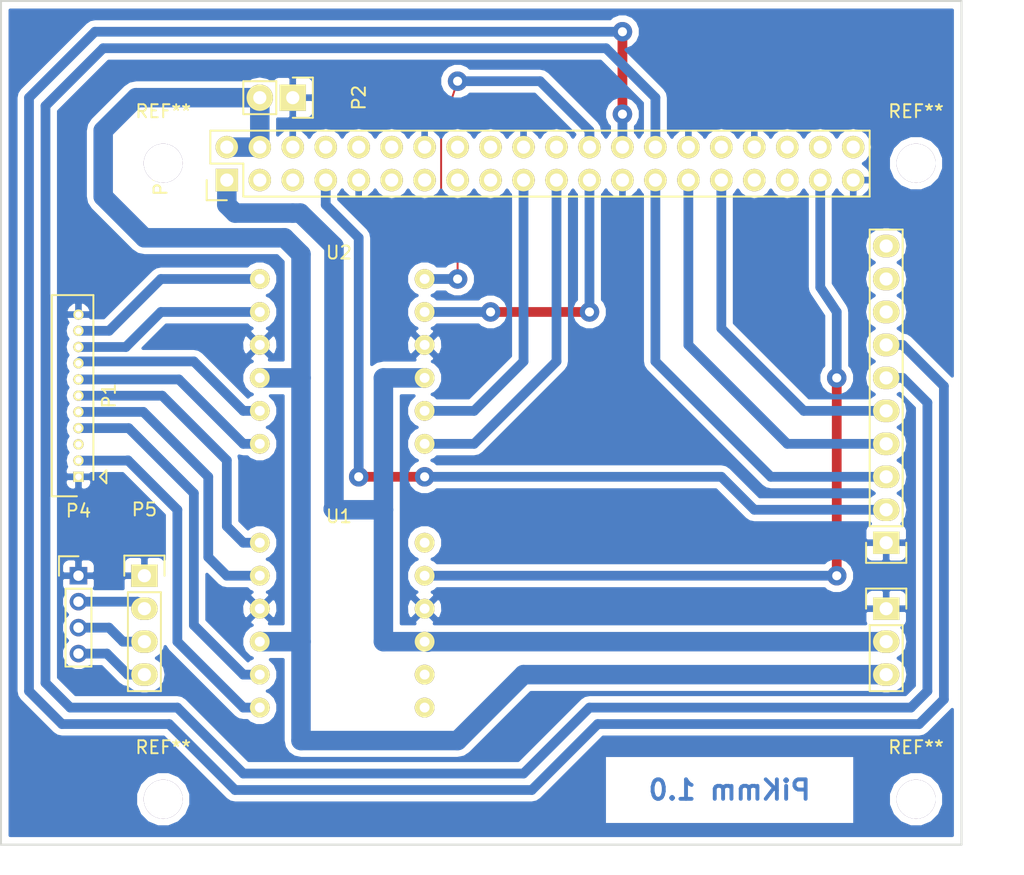
<source format=kicad_pcb>
(kicad_pcb (version 4) (host pcbnew 4.0.2-4+6225~38~ubuntu14.04.1-stable)

  (general
    (links 50)
    (no_connects 6)
    (area 93.924999 55.924999 172.990046 123.47626)
    (thickness 1.6)
    (drawings 5)
    (tracks 151)
    (zones 0)
    (modules 13)
    (nets 49)
  )

  (page A4)
  (layers
    (0 F.Cu signal)
    (31 B.Cu signal)
    (32 B.Adhes user)
    (33 F.Adhes user)
    (34 B.Paste user)
    (35 F.Paste user)
    (36 B.SilkS user)
    (37 F.SilkS user)
    (38 B.Mask user)
    (39 F.Mask user)
    (40 Dwgs.User user)
    (41 Cmts.User user)
    (42 Eco1.User user)
    (43 Eco2.User user)
    (44 Edge.Cuts user)
    (45 Margin user)
    (46 B.CrtYd user)
    (47 F.CrtYd user)
    (48 B.Fab user)
    (49 F.Fab user)
  )

  (setup
    (last_trace_width 0.75)
    (user_trace_width 0.15)
    (user_trace_width 0.5)
    (user_trace_width 0.75)
    (user_trace_width 1)
    (user_trace_width 1.5)
    (trace_clearance 0.2)
    (zone_clearance 0.508)
    (zone_45_only yes)
    (trace_min 0.1)
    (segment_width 0.2)
    (edge_width 0.15)
    (via_size 1.5)
    (via_drill 0.7)
    (via_min_size 0.4)
    (via_min_drill 0.3)
    (user_via 2.54 0.8)
    (uvia_size 0.3)
    (uvia_drill 0.1)
    (uvias_allowed no)
    (uvia_min_size 0.2)
    (uvia_min_drill 0.1)
    (pcb_text_width 0.3)
    (pcb_text_size 1.5 1.5)
    (mod_edge_width 0.15)
    (mod_text_size 1 1)
    (mod_text_width 0.15)
    (pad_size 1.524 1.524)
    (pad_drill 0.762)
    (pad_to_mask_clearance 0.2)
    (aux_axis_origin 0 0)
    (grid_origin 111.4 69.8)
    (visible_elements 7FFFFFFF)
    (pcbplotparams
      (layerselection 0x00030_80000001)
      (usegerberextensions false)
      (excludeedgelayer true)
      (linewidth 0.100000)
      (plotframeref false)
      (viasonmask false)
      (mode 1)
      (useauxorigin false)
      (hpglpennumber 1)
      (hpglpenspeed 20)
      (hpglpendiameter 15)
      (hpglpenoverlay 2)
      (psnegative false)
      (psa4output false)
      (plotreference true)
      (plotvalue true)
      (plotinvisibletext false)
      (padsonsilk false)
      (subtractmaskfromsilk false)
      (outputformat 1)
      (mirror false)
      (drillshape 1)
      (scaleselection 1)
      (outputdirectory ""))
  )

  (net 0 "")
  (net 1 +3V3)
  (net 2 +5V)
  (net 3 GND)
  (net 4 /White)
  (net 5 /Grey)
  (net 6 /Purple)
  (net 7 /Blue)
  (net 8 /Green)
  (net 9 /Yellow)
  (net 10 /Orange)
  (net 11 /Red)
  (net 12 /Brown)
  (net 13 "Net-(PI1-Pad3)")
  (net 14 "Net-(PI1-Pad5)")
  (net 15 "Net-(PI1-Pad8)")
  (net 16 "Net-(PI1-Pad10)")
  (net 17 "Net-(PI1-Pad11)")
  (net 18 "Net-(PI1-Pad12)")
  (net 19 "Net-(PI1-Pad13)")
  (net 20 "Net-(PI1-Pad15)")
  (net 21 "Net-(PI1-Pad16)")
  (net 22 "Net-(PI1-Pad18)")
  (net 23 "Net-(PI1-Pad22)")
  (net 24 "Net-(PI1-Pad32)")
  (net 25 "Net-(PI1-Pad33)")
  (net 26 "Net-(PI1-Pad35)")
  (net 27 "Net-(PI1-Pad36)")
  (net 28 "Net-(PI1-Pad38)")
  (net 29 "Net-(PI1-Pad40)")
  (net 30 /IN1)
  (net 31 /IN2)
  (net 32 /IN3)
  (net 33 /IN4)
  (net 34 /IN5)
  (net 35 /IN6)
  (net 36 "Net-(P3-Pad8)")
  (net 37 "Net-(P3-Pad9)")
  (net 38 "Net-(P4-Pad2)")
  (net 39 "Net-(P4-Pad3)")
  (net 40 "Net-(P4-Pad4)")
  (net 41 /MOSI)
  (net 42 /MISO)
  (net 43 /SCLK)
  (net 44 //SS)
  (net 45 /REQ)
  (net 46 "Net-(U1-Pad1)")
  (net 47 "Net-(U1-Pad2)")
  (net 48 "Net-(U1-Pad6)")

  (net_class Default "This is the default net class."
    (clearance 0.2)
    (trace_width 0.75)
    (via_dia 1.5)
    (via_drill 0.7)
    (uvia_dia 0.3)
    (uvia_drill 0.1)
    (add_net //SS)
    (add_net /Blue)
    (add_net /Brown)
    (add_net /Green)
    (add_net /Grey)
    (add_net /IN1)
    (add_net /IN2)
    (add_net /IN3)
    (add_net /IN4)
    (add_net /IN5)
    (add_net /IN6)
    (add_net /MISO)
    (add_net /MOSI)
    (add_net /Orange)
    (add_net /Purple)
    (add_net /REQ)
    (add_net /Red)
    (add_net /SCLK)
    (add_net /White)
    (add_net /Yellow)
    (add_net "Net-(P3-Pad8)")
    (add_net "Net-(P3-Pad9)")
    (add_net "Net-(P4-Pad2)")
    (add_net "Net-(P4-Pad3)")
    (add_net "Net-(P4-Pad4)")
    (add_net "Net-(PI1-Pad10)")
    (add_net "Net-(PI1-Pad11)")
    (add_net "Net-(PI1-Pad12)")
    (add_net "Net-(PI1-Pad13)")
    (add_net "Net-(PI1-Pad15)")
    (add_net "Net-(PI1-Pad16)")
    (add_net "Net-(PI1-Pad18)")
    (add_net "Net-(PI1-Pad22)")
    (add_net "Net-(PI1-Pad3)")
    (add_net "Net-(PI1-Pad32)")
    (add_net "Net-(PI1-Pad33)")
    (add_net "Net-(PI1-Pad35)")
    (add_net "Net-(PI1-Pad36)")
    (add_net "Net-(PI1-Pad38)")
    (add_net "Net-(PI1-Pad40)")
    (add_net "Net-(PI1-Pad5)")
    (add_net "Net-(PI1-Pad8)")
    (add_net "Net-(U1-Pad1)")
    (add_net "Net-(U1-Pad2)")
    (add_net "Net-(U1-Pad6)")
  )

  (net_class Alim ""
    (clearance 0.2)
    (trace_width 1.5)
    (via_dia 2.54)
    (via_drill 1)
    (uvia_dia 0.3)
    (uvia_drill 0.1)
    (add_net +3V3)
    (add_net +5V)
    (add_net GND)
  )

  (module DIP12_W5:DIP12_W5 (layer F.Cu) (tedit 57081471) (tstamp 57081A25)
    (at 126.64 110.44 180)
    (path /5707FDA7)
    (fp_text reference U1 (at 6.604 14.732 180) (layer F.SilkS)
      (effects (font (size 1 1) (thickness 0.15)))
    )
    (fp_text value LevelConverter (at 6.35 6.604 270) (layer F.Fab)
      (effects (font (size 1 1) (thickness 0.15)))
    )
    (fp_line (start -1.016 -1.016) (end -1.016 13.716) (layer F.CrtYd) (width 0.15))
    (fp_line (start -1.016 13.716) (end 13.716 13.716) (layer F.CrtYd) (width 0.15))
    (fp_line (start 13.716 13.716) (end 13.716 -1.016) (layer F.CrtYd) (width 0.15))
    (fp_line (start 13.716 -1.016) (end -1.016 -1.016) (layer F.CrtYd) (width 0.15))
    (pad 1 thru_hole circle (at 0 0 180) (size 1.524 1.524) (drill 0.762) (layers *.Cu *.Mask F.SilkS)
      (net 46 "Net-(U1-Pad1)"))
    (pad 2 thru_hole circle (at 0 2.54 180) (size 1.524 1.524) (drill 0.762) (layers *.Cu *.Mask F.SilkS)
      (net 47 "Net-(U1-Pad2)"))
    (pad 3 thru_hole circle (at 0 5.08 180) (size 1.524 1.524) (drill 0.762) (layers *.Cu *.Mask F.SilkS)
      (net 1 +3V3))
    (pad 4 thru_hole circle (at 0 7.62 180) (size 1.524 1.524) (drill 0.762) (layers *.Cu *.Mask F.SilkS)
      (net 3 GND))
    (pad 5 thru_hole circle (at 0 10.16 180) (size 1.524 1.524) (drill 0.762) (layers *.Cu *.Mask F.SilkS)
      (net 45 /REQ))
    (pad 6 thru_hole circle (at 0 12.7 180) (size 1.524 1.524) (drill 0.762) (layers *.Cu *.Mask F.SilkS)
      (net 48 "Net-(U1-Pad6)"))
    (pad 7 thru_hole circle (at 12.7 12.7 180) (size 1.524 1.524) (drill 0.762) (layers *.Cu *.Mask F.SilkS)
      (net 8 /Green))
    (pad 8 thru_hole circle (at 12.7 10.16 180) (size 1.524 1.524) (drill 0.762) (layers *.Cu *.Mask F.SilkS)
      (net 7 /Blue))
    (pad 9 thru_hole circle (at 12.7 7.62 180) (size 1.524 1.524) (drill 0.762) (layers *.Cu *.Mask F.SilkS)
      (net 3 GND))
    (pad 10 thru_hole circle (at 12.7 5.08 180) (size 1.524 1.524) (drill 0.762) (layers *.Cu *.Mask F.SilkS)
      (net 2 +5V))
    (pad 11 thru_hole circle (at 12.7 2.54 180) (size 1.524 1.524) (drill 0.762) (layers *.Cu *.Mask F.SilkS)
      (net 6 /Purple))
    (pad 12 thru_hole circle (at 12.7 0 180) (size 1.524 1.524) (drill 0.762) (layers *.Cu *.Mask F.SilkS)
      (net 4 /White))
  )

  (module Mounting_Holes:MountingHole_3mm (layer F.Cu) (tedit 0) (tstamp 568A6F54)
    (at 106.5 117.5)
    (descr "Mounting hole, Befestigungsbohrung, 3mm, No Annular, Kein Restring,")
    (tags "Mounting hole, Befestigungsbohrung, 3mm, No Annular, Kein Restring,")
    (fp_text reference REF** (at 0 -4.0005) (layer F.SilkS)
      (effects (font (size 1 1) (thickness 0.15)))
    )
    (fp_text value MountingHole_3mm (at 1.00076 5.00126) (layer F.Fab)
      (effects (font (size 1 1) (thickness 0.15)))
    )
    (fp_circle (center 0 0) (end 3 0) (layer Cmts.User) (width 0.381))
    (pad 1 thru_hole circle (at 0 0) (size 3 3) (drill 3) (layers))
  )

  (module Mounting_Holes:MountingHole_3mm (layer F.Cu) (tedit 0) (tstamp 568A6F5F)
    (at 106.5 68.5)
    (descr "Mounting hole, Befestigungsbohrung, 3mm, No Annular, Kein Restring,")
    (tags "Mounting hole, Befestigungsbohrung, 3mm, No Annular, Kein Restring,")
    (fp_text reference REF** (at 0 -4.0005) (layer F.SilkS)
      (effects (font (size 1 1) (thickness 0.15)))
    )
    (fp_text value MountingHole_3mm (at 1.00076 5.00126) (layer F.Fab)
      (effects (font (size 1 1) (thickness 0.15)))
    )
    (fp_circle (center 0 0) (end 3 0) (layer Cmts.User) (width 0.381))
    (pad 1 thru_hole circle (at 0 0) (size 3 3) (drill 3) (layers))
  )

  (module Mounting_Holes:MountingHole_3mm (layer F.Cu) (tedit 0) (tstamp 568A6F80)
    (at 164.5 68.5)
    (descr "Mounting hole, Befestigungsbohrung, 3mm, No Annular, Kein Restring,")
    (tags "Mounting hole, Befestigungsbohrung, 3mm, No Annular, Kein Restring,")
    (fp_text reference REF** (at 0 -4.0005) (layer F.SilkS)
      (effects (font (size 1 1) (thickness 0.15)))
    )
    (fp_text value MountingHole_3mm (at 1.00076 5.00126) (layer F.Fab)
      (effects (font (size 1 1) (thickness 0.15)))
    )
    (fp_circle (center 0 0) (end 3 0) (layer Cmts.User) (width 0.381))
    (pad 1 thru_hole circle (at 0 0) (size 3 3) (drill 3) (layers))
  )

  (module Mounting_Holes:MountingHole_3mm (layer F.Cu) (tedit 0) (tstamp 568A7515)
    (at 164.5 117.5)
    (descr "Mounting hole, Befestigungsbohrung, 3mm, No Annular, Kein Restring,")
    (tags "Mounting hole, Befestigungsbohrung, 3mm, No Annular, Kein Restring,")
    (fp_text reference REF** (at 0 -4.0005) (layer F.SilkS)
      (effects (font (size 1 1) (thickness 0.15)))
    )
    (fp_text value MountingHole_3mm (at 1.00076 5.00126) (layer F.Fab)
      (effects (font (size 1 1) (thickness 0.15)))
    )
    (fp_circle (center 0 0) (end 3 0) (layer Cmts.User) (width 0.381))
    (pad 1 thru_hole circle (at 0 0) (size 3 3) (drill 3) (layers))
  )

  (module Connectors_Molex:Molex_PicoBlade_53047-1110 (layer F.Cu) (tedit 0) (tstamp 570819D9)
    (at 99.97 92.66 90)
    (descr "Molex PicoBlade 1.25mm shrouded header. Vertical. 11 ways")
    (tags "connector PicoBlade header")
    (path /5707E9B7)
    (fp_text reference P1 (at 6.25 2.35 90) (layer F.SilkS)
      (effects (font (size 1 1) (thickness 0.15)))
    )
    (fp_text value CONN_01X11 (at 6.25 -3.25 90) (layer F.Fab)
      (effects (font (size 1 1) (thickness 0.15)))
    )
    (fp_line (start -1.5 -0.12) (end -1.5 -2.05) (layer F.SilkS) (width 0.15))
    (fp_line (start -1.5 -2.05) (end 14 -2.05) (layer F.SilkS) (width 0.15))
    (fp_line (start 14 -2.05) (end 14 1.15) (layer F.SilkS) (width 0.15))
    (fp_line (start 14 1.15) (end -0.23 1.15) (layer F.SilkS) (width 0.15))
    (fp_line (start 0 1.65) (end 0.5 2.15) (layer F.SilkS) (width 0.15))
    (fp_line (start 0.5 2.15) (end -0.5 2.15) (layer F.SilkS) (width 0.15))
    (fp_line (start -0.5 2.15) (end 0 1.65) (layer F.SilkS) (width 0.15))
    (fp_line (start -0.23 1.15) (end -1.5 -0.12) (layer F.Fab) (width 0.2))
    (fp_line (start -1.5 -0.12) (end -1.5 -2.05) (layer F.Fab) (width 0.2))
    (fp_line (start -1.5 -2.05) (end 14 -2.05) (layer F.Fab) (width 0.2))
    (fp_line (start 14 -2.05) (end 14 1.15) (layer F.Fab) (width 0.2))
    (fp_line (start 14 1.15) (end -0.23 1.15) (layer F.Fab) (width 0.2))
    (pad 1 thru_hole rect (at 0 0 90) (size 0.8 0.8) (drill 0.5) (layers *.Cu *.Mask F.SilkS)
      (net 3 GND))
    (pad 2 thru_hole oval (at 1.25 0 90) (size 0.8 0.8) (drill 0.5) (layers *.Cu *.Mask F.SilkS)
      (net 4 /White))
    (pad 3 thru_hole oval (at 2.5 0 90) (size 0.8 0.8) (drill 0.5) (layers *.Cu *.Mask F.SilkS)
      (net 5 /Grey))
    (pad 4 thru_hole oval (at 3.75 0 90) (size 0.8 0.8) (drill 0.5) (layers *.Cu *.Mask F.SilkS)
      (net 6 /Purple))
    (pad 5 thru_hole oval (at 5 0 90) (size 0.8 0.8) (drill 0.5) (layers *.Cu *.Mask F.SilkS)
      (net 7 /Blue))
    (pad 6 thru_hole oval (at 6.25 0 90) (size 0.8 0.8) (drill 0.5) (layers *.Cu *.Mask F.SilkS)
      (net 8 /Green))
    (pad 7 thru_hole oval (at 7.5 0 90) (size 0.8 0.8) (drill 0.5) (layers *.Cu *.Mask F.SilkS)
      (net 9 /Yellow))
    (pad 8 thru_hole oval (at 8.75 0 90) (size 0.8 0.8) (drill 0.5) (layers *.Cu *.Mask F.SilkS)
      (net 10 /Orange))
    (pad 9 thru_hole oval (at 10 0 90) (size 0.8 0.8) (drill 0.5) (layers *.Cu *.Mask F.SilkS)
      (net 11 /Red))
    (pad 10 thru_hole oval (at 11.25 0 90) (size 0.8 0.8) (drill 0.5) (layers *.Cu *.Mask F.SilkS)
      (net 12 /Brown))
    (pad 11 thru_hole oval (at 12.5 0 90) (size 0.8 0.8) (drill 0.5) (layers *.Cu *.Mask F.SilkS)
      (net 3 GND))
  )

  (module Pin_Headers:Pin_Header_Straight_2x20 (layer F.Cu) (tedit 0) (tstamp 57081A11)
    (at 111.4 69.8 90)
    (descr "Through hole pin header")
    (tags "pin header")
    (path /570802D8)
    (fp_text reference PI1 (at 0 -5.1 90) (layer F.SilkS)
      (effects (font (size 1 1) (thickness 0.15)))
    )
    (fp_text value BPLUS_GPIO (at 0 -3.1 90) (layer F.Fab)
      (effects (font (size 1 1) (thickness 0.15)))
    )
    (fp_line (start -1.75 -1.75) (end -1.75 50.05) (layer F.CrtYd) (width 0.05))
    (fp_line (start 4.3 -1.75) (end 4.3 50.05) (layer F.CrtYd) (width 0.05))
    (fp_line (start -1.75 -1.75) (end 4.3 -1.75) (layer F.CrtYd) (width 0.05))
    (fp_line (start -1.75 50.05) (end 4.3 50.05) (layer F.CrtYd) (width 0.05))
    (fp_line (start 3.81 49.53) (end 3.81 -1.27) (layer F.SilkS) (width 0.15))
    (fp_line (start -1.27 1.27) (end -1.27 49.53) (layer F.SilkS) (width 0.15))
    (fp_line (start 3.81 49.53) (end -1.27 49.53) (layer F.SilkS) (width 0.15))
    (fp_line (start 3.81 -1.27) (end 1.27 -1.27) (layer F.SilkS) (width 0.15))
    (fp_line (start 0 -1.55) (end -1.55 -1.55) (layer F.SilkS) (width 0.15))
    (fp_line (start 1.27 -1.27) (end 1.27 1.27) (layer F.SilkS) (width 0.15))
    (fp_line (start 1.27 1.27) (end -1.27 1.27) (layer F.SilkS) (width 0.15))
    (fp_line (start -1.55 -1.55) (end -1.55 0) (layer F.SilkS) (width 0.15))
    (pad 1 thru_hole rect (at 0 0 90) (size 1.7272 1.7272) (drill 1.016) (layers *.Cu *.Mask F.SilkS)
      (net 1 +3V3))
    (pad 2 thru_hole oval (at 2.54 0 90) (size 1.7272 1.7272) (drill 1.016) (layers *.Cu *.Mask F.SilkS)
      (net 2 +5V))
    (pad 3 thru_hole oval (at 0 2.54 90) (size 1.7272 1.7272) (drill 1.016) (layers *.Cu *.Mask F.SilkS)
      (net 13 "Net-(PI1-Pad3)"))
    (pad 4 thru_hole oval (at 2.54 2.54 90) (size 1.7272 1.7272) (drill 1.016) (layers *.Cu *.Mask F.SilkS)
      (net 2 +5V))
    (pad 5 thru_hole oval (at 0 5.08 90) (size 1.7272 1.7272) (drill 1.016) (layers *.Cu *.Mask F.SilkS)
      (net 14 "Net-(PI1-Pad5)"))
    (pad 6 thru_hole oval (at 2.54 5.08 90) (size 1.7272 1.7272) (drill 1.016) (layers *.Cu *.Mask F.SilkS)
      (net 3 GND))
    (pad 7 thru_hole oval (at 0 7.62 90) (size 1.7272 1.7272) (drill 1.016) (layers *.Cu *.Mask F.SilkS)
      (net 30 /IN1))
    (pad 8 thru_hole oval (at 2.54 7.62 90) (size 1.7272 1.7272) (drill 1.016) (layers *.Cu *.Mask F.SilkS)
      (net 15 "Net-(PI1-Pad8)"))
    (pad 9 thru_hole oval (at 0 10.16 90) (size 1.7272 1.7272) (drill 1.016) (layers *.Cu *.Mask F.SilkS)
      (net 3 GND))
    (pad 10 thru_hole oval (at 2.54 10.16 90) (size 1.7272 1.7272) (drill 1.016) (layers *.Cu *.Mask F.SilkS)
      (net 16 "Net-(PI1-Pad10)"))
    (pad 11 thru_hole oval (at 0 12.7 90) (size 1.7272 1.7272) (drill 1.016) (layers *.Cu *.Mask F.SilkS)
      (net 17 "Net-(PI1-Pad11)"))
    (pad 12 thru_hole oval (at 2.54 12.7 90) (size 1.7272 1.7272) (drill 1.016) (layers *.Cu *.Mask F.SilkS)
      (net 18 "Net-(PI1-Pad12)"))
    (pad 13 thru_hole oval (at 0 15.24 90) (size 1.7272 1.7272) (drill 1.016) (layers *.Cu *.Mask F.SilkS)
      (net 19 "Net-(PI1-Pad13)"))
    (pad 14 thru_hole oval (at 2.54 15.24 90) (size 1.7272 1.7272) (drill 1.016) (layers *.Cu *.Mask F.SilkS)
      (net 3 GND))
    (pad 15 thru_hole oval (at 0 17.78 90) (size 1.7272 1.7272) (drill 1.016) (layers *.Cu *.Mask F.SilkS)
      (net 20 "Net-(PI1-Pad15)"))
    (pad 16 thru_hole oval (at 2.54 17.78 90) (size 1.7272 1.7272) (drill 1.016) (layers *.Cu *.Mask F.SilkS)
      (net 21 "Net-(PI1-Pad16)"))
    (pad 17 thru_hole oval (at 0 20.32 90) (size 1.7272 1.7272) (drill 1.016) (layers *.Cu *.Mask F.SilkS)
      (net 1 +3V3))
    (pad 18 thru_hole oval (at 2.54 20.32 90) (size 1.7272 1.7272) (drill 1.016) (layers *.Cu *.Mask F.SilkS)
      (net 22 "Net-(PI1-Pad18)"))
    (pad 19 thru_hole oval (at 0 22.86 90) (size 1.7272 1.7272) (drill 1.016) (layers *.Cu *.Mask F.SilkS)
      (net 41 /MOSI))
    (pad 20 thru_hole oval (at 2.54 22.86 90) (size 1.7272 1.7272) (drill 1.016) (layers *.Cu *.Mask F.SilkS)
      (net 3 GND))
    (pad 21 thru_hole oval (at 0 25.4 90) (size 1.7272 1.7272) (drill 1.016) (layers *.Cu *.Mask F.SilkS)
      (net 42 /MISO))
    (pad 22 thru_hole oval (at 2.54 25.4 90) (size 1.7272 1.7272) (drill 1.016) (layers *.Cu *.Mask F.SilkS)
      (net 23 "Net-(PI1-Pad22)"))
    (pad 23 thru_hole oval (at 0 27.94 90) (size 1.7272 1.7272) (drill 1.016) (layers *.Cu *.Mask F.SilkS)
      (net 43 /SCLK))
    (pad 24 thru_hole oval (at 2.54 27.94 90) (size 1.7272 1.7272) (drill 1.016) (layers *.Cu *.Mask F.SilkS)
      (net 44 //SS))
    (pad 25 thru_hole oval (at 0 30.48 90) (size 1.7272 1.7272) (drill 1.016) (layers *.Cu *.Mask F.SilkS)
      (net 3 GND))
    (pad 26 thru_hole oval (at 2.54 30.48 90) (size 1.7272 1.7272) (drill 1.016) (layers *.Cu *.Mask F.SilkS)
      (net 35 /IN6))
    (pad 27 thru_hole oval (at 0 33.02 90) (size 1.7272 1.7272) (drill 1.016) (layers *.Cu *.Mask F.SilkS)
      (net 31 /IN2))
    (pad 28 thru_hole oval (at 2.54 33.02 90) (size 1.7272 1.7272) (drill 1.016) (layers *.Cu *.Mask F.SilkS)
      (net 34 /IN5))
    (pad 29 thru_hole oval (at 0 35.56 90) (size 1.7272 1.7272) (drill 1.016) (layers *.Cu *.Mask F.SilkS)
      (net 32 /IN3))
    (pad 30 thru_hole oval (at 2.54 35.56 90) (size 1.7272 1.7272) (drill 1.016) (layers *.Cu *.Mask F.SilkS)
      (net 3 GND))
    (pad 31 thru_hole oval (at 0 38.1 90) (size 1.7272 1.7272) (drill 1.016) (layers *.Cu *.Mask F.SilkS)
      (net 33 /IN4))
    (pad 32 thru_hole oval (at 2.54 38.1 90) (size 1.7272 1.7272) (drill 1.016) (layers *.Cu *.Mask F.SilkS)
      (net 24 "Net-(PI1-Pad32)"))
    (pad 33 thru_hole oval (at 0 40.64 90) (size 1.7272 1.7272) (drill 1.016) (layers *.Cu *.Mask F.SilkS)
      (net 25 "Net-(PI1-Pad33)"))
    (pad 34 thru_hole oval (at 2.54 40.64 90) (size 1.7272 1.7272) (drill 1.016) (layers *.Cu *.Mask F.SilkS)
      (net 3 GND))
    (pad 35 thru_hole oval (at 0 43.18 90) (size 1.7272 1.7272) (drill 1.016) (layers *.Cu *.Mask F.SilkS)
      (net 26 "Net-(PI1-Pad35)"))
    (pad 36 thru_hole oval (at 2.54 43.18 90) (size 1.7272 1.7272) (drill 1.016) (layers *.Cu *.Mask F.SilkS)
      (net 27 "Net-(PI1-Pad36)"))
    (pad 37 thru_hole oval (at 0 45.72 90) (size 1.7272 1.7272) (drill 1.016) (layers *.Cu *.Mask F.SilkS)
      (net 45 /REQ))
    (pad 38 thru_hole oval (at 2.54 45.72 90) (size 1.7272 1.7272) (drill 1.016) (layers *.Cu *.Mask F.SilkS)
      (net 28 "Net-(PI1-Pad38)"))
    (pad 39 thru_hole oval (at 0 48.26 90) (size 1.7272 1.7272) (drill 1.016) (layers *.Cu *.Mask F.SilkS)
      (net 3 GND))
    (pad 40 thru_hole oval (at 2.54 48.26 90) (size 1.7272 1.7272) (drill 1.016) (layers *.Cu *.Mask F.SilkS)
      (net 29 "Net-(PI1-Pad40)"))
    (model Pin_Headers.3dshapes/Pin_Header_Straight_2x20.wrl
      (at (xyz 0.05 -0.95 0))
      (scale (xyz 1 1 1))
      (rotate (xyz 0 0 90))
    )
  )

  (module DIP12_W5:DIP12_W5 (layer F.Cu) (tedit 57081471) (tstamp 57081A39)
    (at 126.64 90.12 180)
    (path /5707FE09)
    (fp_text reference U2 (at 6.604 14.732 180) (layer F.SilkS)
      (effects (font (size 1 1) (thickness 0.15)))
    )
    (fp_text value LevelConverter (at 6.35 6.604 270) (layer F.Fab)
      (effects (font (size 1 1) (thickness 0.15)))
    )
    (fp_line (start -1.016 -1.016) (end -1.016 13.716) (layer F.CrtYd) (width 0.15))
    (fp_line (start -1.016 13.716) (end 13.716 13.716) (layer F.CrtYd) (width 0.15))
    (fp_line (start 13.716 13.716) (end 13.716 -1.016) (layer F.CrtYd) (width 0.15))
    (fp_line (start 13.716 -1.016) (end -1.016 -1.016) (layer F.CrtYd) (width 0.15))
    (pad 1 thru_hole circle (at 0 0 180) (size 1.524 1.524) (drill 0.762) (layers *.Cu *.Mask F.SilkS)
      (net 42 /MISO))
    (pad 2 thru_hole circle (at 0 2.54 180) (size 1.524 1.524) (drill 0.762) (layers *.Cu *.Mask F.SilkS)
      (net 41 /MOSI))
    (pad 3 thru_hole circle (at 0 5.08 180) (size 1.524 1.524) (drill 0.762) (layers *.Cu *.Mask F.SilkS)
      (net 1 +3V3))
    (pad 4 thru_hole circle (at 0 7.62 180) (size 1.524 1.524) (drill 0.762) (layers *.Cu *.Mask F.SilkS)
      (net 3 GND))
    (pad 5 thru_hole circle (at 0 10.16 180) (size 1.524 1.524) (drill 0.762) (layers *.Cu *.Mask F.SilkS)
      (net 43 /SCLK))
    (pad 6 thru_hole circle (at 0 12.7 180) (size 1.524 1.524) (drill 0.762) (layers *.Cu *.Mask F.SilkS)
      (net 44 //SS))
    (pad 7 thru_hole circle (at 12.7 12.7 180) (size 1.524 1.524) (drill 0.762) (layers *.Cu *.Mask F.SilkS)
      (net 12 /Brown))
    (pad 8 thru_hole circle (at 12.7 10.16 180) (size 1.524 1.524) (drill 0.762) (layers *.Cu *.Mask F.SilkS)
      (net 11 /Red))
    (pad 9 thru_hole circle (at 12.7 7.62 180) (size 1.524 1.524) (drill 0.762) (layers *.Cu *.Mask F.SilkS)
      (net 3 GND))
    (pad 10 thru_hole circle (at 12.7 5.08 180) (size 1.524 1.524) (drill 0.762) (layers *.Cu *.Mask F.SilkS)
      (net 2 +5V))
    (pad 11 thru_hole circle (at 12.7 2.54 180) (size 1.524 1.524) (drill 0.762) (layers *.Cu *.Mask F.SilkS)
      (net 10 /Orange))
    (pad 12 thru_hole circle (at 12.7 0 180) (size 1.524 1.524) (drill 0.762) (layers *.Cu *.Mask F.SilkS)
      (net 9 /Yellow))
  )

  (module Pin_Headers:Pin_Header_Straight_1x02 (layer F.Cu) (tedit 54EA090C) (tstamp 5708E2F0)
    (at 116.48 63.45 270)
    (descr "Through hole pin header")
    (tags "pin header")
    (path /5708DA71)
    (fp_text reference P2 (at 0 -5.1 270) (layer F.SilkS)
      (effects (font (size 1 1) (thickness 0.15)))
    )
    (fp_text value CONN_01X02 (at 0 -3.1 270) (layer F.Fab)
      (effects (font (size 1 1) (thickness 0.15)))
    )
    (fp_line (start 1.27 1.27) (end 1.27 3.81) (layer F.SilkS) (width 0.15))
    (fp_line (start 1.55 -1.55) (end 1.55 0) (layer F.SilkS) (width 0.15))
    (fp_line (start -1.75 -1.75) (end -1.75 4.3) (layer F.CrtYd) (width 0.05))
    (fp_line (start 1.75 -1.75) (end 1.75 4.3) (layer F.CrtYd) (width 0.05))
    (fp_line (start -1.75 -1.75) (end 1.75 -1.75) (layer F.CrtYd) (width 0.05))
    (fp_line (start -1.75 4.3) (end 1.75 4.3) (layer F.CrtYd) (width 0.05))
    (fp_line (start 1.27 1.27) (end -1.27 1.27) (layer F.SilkS) (width 0.15))
    (fp_line (start -1.55 0) (end -1.55 -1.55) (layer F.SilkS) (width 0.15))
    (fp_line (start -1.55 -1.55) (end 1.55 -1.55) (layer F.SilkS) (width 0.15))
    (fp_line (start -1.27 1.27) (end -1.27 3.81) (layer F.SilkS) (width 0.15))
    (fp_line (start -1.27 3.81) (end 1.27 3.81) (layer F.SilkS) (width 0.15))
    (pad 1 thru_hole rect (at 0 0 270) (size 2.032 2.032) (drill 1.016) (layers *.Cu *.Mask F.SilkS)
      (net 3 GND))
    (pad 2 thru_hole oval (at 0 2.54 270) (size 2.032 2.032) (drill 1.016) (layers *.Cu *.Mask F.SilkS)
      (net 2 +5V))
    (model Pin_Headers.3dshapes/Pin_Header_Straight_1x02.wrl
      (at (xyz 0 -0.05 0))
      (scale (xyz 1 1 1))
      (rotate (xyz 0 0 90))
    )
  )

  (module Pin_Headers:Pin_Header_Straight_1x10 (layer F.Cu) (tedit 0) (tstamp 5708E309)
    (at 162.2 97.74 180)
    (descr "Through hole pin header")
    (tags "pin header")
    (path /5708FC04)
    (fp_text reference P3 (at 0 -5.1 180) (layer F.SilkS)
      (effects (font (size 1 1) (thickness 0.15)))
    )
    (fp_text value CONN_01X10 (at 0 -3.1 180) (layer F.Fab)
      (effects (font (size 1 1) (thickness 0.15)))
    )
    (fp_line (start -1.75 -1.75) (end -1.75 24.65) (layer F.CrtYd) (width 0.05))
    (fp_line (start 1.75 -1.75) (end 1.75 24.65) (layer F.CrtYd) (width 0.05))
    (fp_line (start -1.75 -1.75) (end 1.75 -1.75) (layer F.CrtYd) (width 0.05))
    (fp_line (start -1.75 24.65) (end 1.75 24.65) (layer F.CrtYd) (width 0.05))
    (fp_line (start 1.27 1.27) (end 1.27 24.13) (layer F.SilkS) (width 0.15))
    (fp_line (start 1.27 24.13) (end -1.27 24.13) (layer F.SilkS) (width 0.15))
    (fp_line (start -1.27 24.13) (end -1.27 1.27) (layer F.SilkS) (width 0.15))
    (fp_line (start 1.55 -1.55) (end 1.55 0) (layer F.SilkS) (width 0.15))
    (fp_line (start 1.27 1.27) (end -1.27 1.27) (layer F.SilkS) (width 0.15))
    (fp_line (start -1.55 0) (end -1.55 -1.55) (layer F.SilkS) (width 0.15))
    (fp_line (start -1.55 -1.55) (end 1.55 -1.55) (layer F.SilkS) (width 0.15))
    (pad 1 thru_hole rect (at 0 0 180) (size 2.032 1.7272) (drill 1.016) (layers *.Cu *.Mask F.SilkS)
      (net 3 GND))
    (pad 2 thru_hole oval (at 0 2.54 180) (size 2.032 1.7272) (drill 1.016) (layers *.Cu *.Mask F.SilkS)
      (net 30 /IN1))
    (pad 3 thru_hole oval (at 0 5.08 180) (size 2.032 1.7272) (drill 1.016) (layers *.Cu *.Mask F.SilkS)
      (net 31 /IN2))
    (pad 4 thru_hole oval (at 0 7.62 180) (size 2.032 1.7272) (drill 1.016) (layers *.Cu *.Mask F.SilkS)
      (net 32 /IN3))
    (pad 5 thru_hole oval (at 0 10.16 180) (size 2.032 1.7272) (drill 1.016) (layers *.Cu *.Mask F.SilkS)
      (net 33 /IN4))
    (pad 6 thru_hole oval (at 0 12.7 180) (size 2.032 1.7272) (drill 1.016) (layers *.Cu *.Mask F.SilkS)
      (net 34 /IN5))
    (pad 7 thru_hole oval (at 0 15.24 180) (size 2.032 1.7272) (drill 1.016) (layers *.Cu *.Mask F.SilkS)
      (net 35 /IN6))
    (pad 8 thru_hole oval (at 0 17.78 180) (size 2.032 1.7272) (drill 1.016) (layers *.Cu *.Mask F.SilkS)
      (net 36 "Net-(P3-Pad8)"))
    (pad 9 thru_hole oval (at 0 20.32 180) (size 2.032 1.7272) (drill 1.016) (layers *.Cu *.Mask F.SilkS)
      (net 37 "Net-(P3-Pad9)"))
    (pad 10 thru_hole oval (at 0 22.86 180) (size 2.032 1.7272) (drill 1.016) (layers *.Cu *.Mask F.SilkS)
      (net 1 +3V3))
    (model Pin_Headers.3dshapes/Pin_Header_Straight_1x10.wrl
      (at (xyz 0 -0.45 0))
      (scale (xyz 1 1 1))
      (rotate (xyz 0 0 90))
    )
  )

  (module Pin_Headers:Pin_Header_Straight_1x04_Pitch2.00mm (layer F.Cu) (tedit 56FA75DA) (tstamp 5708E31B)
    (at 99.97 100.28)
    (descr "Through hole pin header, 1x04, 2.00mm pitch, single row")
    (tags "pin header single row")
    (path /57090748)
    (fp_text reference P4 (at 0 -5) (layer F.SilkS)
      (effects (font (size 1 1) (thickness 0.15)))
    )
    (fp_text value CONN_USB (at 0 -3) (layer F.Fab)
      (effects (font (size 1 1) (thickness 0.15)))
    )
    (fp_line (start -1 1) (end 1 1) (layer F.SilkS) (width 0.15))
    (fp_line (start 1 1) (end 1 7) (layer F.SilkS) (width 0.15))
    (fp_line (start 1 7) (end -1 7) (layer F.SilkS) (width 0.15))
    (fp_line (start -1 7) (end -1 1) (layer F.SilkS) (width 0.15))
    (fp_line (start -1.6 -1.6) (end 1.6 -1.6) (layer F.CrtYd) (width 0.05))
    (fp_line (start 1.6 -1.6) (end 1.6 7.6) (layer F.CrtYd) (width 0.05))
    (fp_line (start 1.6 7.6) (end -1.6 7.6) (layer F.CrtYd) (width 0.05))
    (fp_line (start -1.6 7.6) (end -1.6 -1.6) (layer F.CrtYd) (width 0.05))
    (fp_line (start -1.5 0) (end -1.5 -1.5) (layer F.SilkS) (width 0.15))
    (fp_line (start -1.5 -1.5) (end 0 -1.5) (layer F.SilkS) (width 0.15))
    (pad 1 thru_hole rect (at 0 0) (size 1.35 1.35) (drill 0.8) (layers *.Cu *.Mask)
      (net 3 GND))
    (pad 2 thru_hole circle (at 0 2) (size 1.35 1.35) (drill 0.8) (layers *.Cu *.Mask)
      (net 38 "Net-(P4-Pad2)"))
    (pad 3 thru_hole circle (at 0 4) (size 1.35 1.35) (drill 0.8) (layers *.Cu *.Mask)
      (net 39 "Net-(P4-Pad3)"))
    (pad 4 thru_hole circle (at 0 6) (size 1.35 1.35) (drill 0.8) (layers *.Cu *.Mask)
      (net 40 "Net-(P4-Pad4)"))
    (model Pin_Headers.3dshapes/Pin_Header_Straight_1x04_Pitch2.00mm.wrl
      (at (xyz 0 0 0))
      (scale (xyz 1 1 1))
      (rotate (xyz 0 0 0))
    )
  )

  (module Pin_Headers:Pin_Header_Straight_1x04 (layer F.Cu) (tedit 0) (tstamp 5708E32E)
    (at 105.05 100.28)
    (descr "Through hole pin header")
    (tags "pin header")
    (path /570909B6)
    (fp_text reference P5 (at 0 -5.1) (layer F.SilkS)
      (effects (font (size 1 1) (thickness 0.15)))
    )
    (fp_text value CONN_01X04 (at 0 -3.1) (layer F.Fab)
      (effects (font (size 1 1) (thickness 0.15)))
    )
    (fp_line (start -1.75 -1.75) (end -1.75 9.4) (layer F.CrtYd) (width 0.05))
    (fp_line (start 1.75 -1.75) (end 1.75 9.4) (layer F.CrtYd) (width 0.05))
    (fp_line (start -1.75 -1.75) (end 1.75 -1.75) (layer F.CrtYd) (width 0.05))
    (fp_line (start -1.75 9.4) (end 1.75 9.4) (layer F.CrtYd) (width 0.05))
    (fp_line (start -1.27 1.27) (end -1.27 8.89) (layer F.SilkS) (width 0.15))
    (fp_line (start 1.27 1.27) (end 1.27 8.89) (layer F.SilkS) (width 0.15))
    (fp_line (start 1.55 -1.55) (end 1.55 0) (layer F.SilkS) (width 0.15))
    (fp_line (start -1.27 8.89) (end 1.27 8.89) (layer F.SilkS) (width 0.15))
    (fp_line (start 1.27 1.27) (end -1.27 1.27) (layer F.SilkS) (width 0.15))
    (fp_line (start -1.55 0) (end -1.55 -1.55) (layer F.SilkS) (width 0.15))
    (fp_line (start -1.55 -1.55) (end 1.55 -1.55) (layer F.SilkS) (width 0.15))
    (pad 1 thru_hole rect (at 0 0) (size 2.032 1.7272) (drill 1.016) (layers *.Cu *.Mask F.SilkS)
      (net 3 GND))
    (pad 2 thru_hole oval (at 0 2.54) (size 2.032 1.7272) (drill 1.016) (layers *.Cu *.Mask F.SilkS)
      (net 38 "Net-(P4-Pad2)"))
    (pad 3 thru_hole oval (at 0 5.08) (size 2.032 1.7272) (drill 1.016) (layers *.Cu *.Mask F.SilkS)
      (net 39 "Net-(P4-Pad3)"))
    (pad 4 thru_hole oval (at 0 7.62) (size 2.032 1.7272) (drill 1.016) (layers *.Cu *.Mask F.SilkS)
      (net 40 "Net-(P4-Pad4)"))
    (model Pin_Headers.3dshapes/Pin_Header_Straight_1x04.wrl
      (at (xyz 0 -0.15 0))
      (scale (xyz 1 1 1))
      (rotate (xyz 0 0 90))
    )
  )

  (module Pin_Headers:Pin_Header_Straight_1x03 (layer F.Cu) (tedit 0) (tstamp 5708E340)
    (at 162.2 102.82)
    (descr "Through hole pin header")
    (tags "pin header")
    (path /57090E5F)
    (fp_text reference P6 (at 0 -5.1) (layer F.SilkS)
      (effects (font (size 1 1) (thickness 0.15)))
    )
    (fp_text value CONN_01X03 (at 0 -3.1) (layer F.Fab)
      (effects (font (size 1 1) (thickness 0.15)))
    )
    (fp_line (start -1.75 -1.75) (end -1.75 6.85) (layer F.CrtYd) (width 0.05))
    (fp_line (start 1.75 -1.75) (end 1.75 6.85) (layer F.CrtYd) (width 0.05))
    (fp_line (start -1.75 -1.75) (end 1.75 -1.75) (layer F.CrtYd) (width 0.05))
    (fp_line (start -1.75 6.85) (end 1.75 6.85) (layer F.CrtYd) (width 0.05))
    (fp_line (start -1.27 1.27) (end -1.27 6.35) (layer F.SilkS) (width 0.15))
    (fp_line (start -1.27 6.35) (end 1.27 6.35) (layer F.SilkS) (width 0.15))
    (fp_line (start 1.27 6.35) (end 1.27 1.27) (layer F.SilkS) (width 0.15))
    (fp_line (start 1.55 -1.55) (end 1.55 0) (layer F.SilkS) (width 0.15))
    (fp_line (start 1.27 1.27) (end -1.27 1.27) (layer F.SilkS) (width 0.15))
    (fp_line (start -1.55 0) (end -1.55 -1.55) (layer F.SilkS) (width 0.15))
    (fp_line (start -1.55 -1.55) (end 1.55 -1.55) (layer F.SilkS) (width 0.15))
    (pad 1 thru_hole rect (at 0 0) (size 2.032 1.7272) (drill 1.016) (layers *.Cu *.Mask F.SilkS)
      (net 3 GND))
    (pad 2 thru_hole oval (at 0 2.54) (size 2.032 1.7272) (drill 1.016) (layers *.Cu *.Mask F.SilkS)
      (net 1 +3V3))
    (pad 3 thru_hole oval (at 0 5.08) (size 2.032 1.7272) (drill 1.016) (layers *.Cu *.Mask F.SilkS)
      (net 2 +5V))
    (model Pin_Headers.3dshapes/Pin_Header_Straight_1x03.wrl
      (at (xyz 0 -0.1 0))
      (scale (xyz 1 1 1))
      (rotate (xyz 0 0 90))
    )
  )

  (gr_text "PiKmm 1.0" (at 150.135 116.79) (layer B.Cu)
    (effects (font (size 1.5 1.5) (thickness 0.3)) (justify mirror))
  )
  (gr_line (start 168 121) (end 94 121) (angle 90) (layer Edge.Cuts) (width 0.15))
  (gr_line (start 168 56) (end 168 121) (angle 90) (layer Edge.Cuts) (width 0.15))
  (gr_line (start 94 121) (end 94 56) (angle 90) (layer Edge.Cuts) (width 0.15))
  (gr_line (start 94 56) (end 168 56) (angle 90) (layer Edge.Cuts) (width 0.15))

  (segment (start 162.2 105.36) (end 126.923 105.36) (width 1.5) (layer B.Cu) (net 1) (status 30))
  (segment (start 119.655 95.2) (end 119.599998 95.144998) (width 1.5) (layer B.Cu) (net 1))
  (segment (start 119.599998 95.144998) (end 119.655 95.2) (width 1.5) (layer B.Cu) (net 1) (tstamp 57091625))
  (segment (start 119.655 95.2) (end 123.465 95.2) (width 1.5) (layer B.Cu) (net 1) (tstamp 57091628))
  (segment (start 116.48 72.34) (end 117.059998 72.34) (width 1.5) (layer B.Cu) (net 1))
  (segment (start 117.059998 72.34) (end 119.655 74.88) (width 1.5) (layer B.Cu) (net 1) (tstamp 5709157B))
  (segment (start 119.655 74.88) (end 119.655 95.2) (width 1.5) (layer B.Cu) (net 1) (tstamp 5709158A))
  (segment (start 111.4 69.8) (end 111.4 71.705) (width 1.5) (layer B.Cu) (net 1) (status 10))
  (segment (start 111.4 71.705) (end 112.035 72.34) (width 1.5) (layer B.Cu) (net 1) (tstamp 57091447))
  (segment (start 112.035 72.34) (end 116.48 72.34) (width 1.5) (layer B.Cu) (net 1) (tstamp 57091449))
  (segment (start 123.465 85.04) (end 123.465 95.2) (width 1.5) (layer B.Cu) (net 1))
  (segment (start 123.465 95.2) (end 123.465 105.36) (width 1.5) (layer B.Cu) (net 1) (tstamp 5709162C))
  (segment (start 123.465 105.36) (end 126.64 105.36) (width 1.5) (layer B.Cu) (net 1) (status 20))
  (segment (start 123.465 85.04) (end 126.64 85.04) (width 1.5) (layer B.Cu) (net 1) (status 20))
  (segment (start 126.923 105.36) (end 126.873 105.41) (width 1.5) (layer B.Cu) (net 1) (tstamp 5708EA40) (status 30))
  (segment (start 117.115 75.515) (end 115.845 74.245) (width 1.5) (layer B.Cu) (net 2))
  (segment (start 115.845 74.245) (end 105.05 74.245) (width 1.5) (layer B.Cu) (net 2) (tstamp 570914C6))
  (segment (start 105.05 74.245) (end 101.875 71.07) (width 1.5) (layer B.Cu) (net 2) (tstamp 570914D0))
  (segment (start 101.875 71.07) (end 101.875 65.99) (width 1.5) (layer B.Cu) (net 2) (tstamp 570914D6))
  (segment (start 101.875 65.99) (end 104.415 63.45) (width 1.5) (layer B.Cu) (net 2) (tstamp 570914D8))
  (segment (start 104.415 63.45) (end 113.94 63.45) (width 1.5) (layer B.Cu) (net 2) (tstamp 570914DC) (status 20))
  (segment (start 113.94 105.36) (end 117.115 105.36) (width 1.5) (layer B.Cu) (net 2) (status 10))
  (segment (start 162.2 107.9) (end 134.26 107.9) (width 1.5) (layer B.Cu) (net 2) (status 10))
  (segment (start 113.94 85.04) (end 117.115 85.04) (width 1.5) (layer B.Cu) (net 2) (status 10))
  (segment (start 113.94 67.26) (end 113.94 63.45) (width 1.5) (layer B.Cu) (net 2) (status 30))
  (segment (start 111.4 67.26) (end 113.94 67.26) (width 1.5) (layer B.Cu) (net 2) (status 30))
  (segment (start 134.26 107.9) (end 129.18 112.98) (width 1.5) (layer B.Cu) (net 2) (tstamp 5708EB74))
  (segment (start 129.18 112.98) (end 117.115 112.98) (width 1.5) (layer B.Cu) (net 2) (tstamp 5708EB75))
  (segment (start 117.115 112.98) (end 117.115 105.36) (width 1.5) (layer B.Cu) (net 2) (tstamp 5708EB76))
  (segment (start 117.115 105.36) (end 117.115 85.04) (width 1.5) (layer B.Cu) (net 2) (tstamp 57090888))
  (segment (start 117.115 85.04) (end 117.115 75.515) (width 1.5) (layer B.Cu) (net 2) (tstamp 570904DF))
  (segment (start 107.59 95.2) (end 103.78 91.39) (width 0.75) (layer B.Cu) (net 4))
  (segment (start 103.78 91.39) (end 103.78 91.41) (width 0.75) (layer B.Cu) (net 4) (tstamp 5708FD6C))
  (segment (start 113.94 110.44) (end 112.67 110.44) (width 0.75) (layer B.Cu) (net 4) (status 10))
  (segment (start 103.78 91.41) (end 99.97 91.41) (width 0.75) (layer B.Cu) (net 4) (tstamp 5708FD6D) (status 20))
  (segment (start 107.59 105.36) (end 107.59 95.2) (width 0.75) (layer B.Cu) (net 4) (tstamp 5708ECA9))
  (segment (start 112.67 110.44) (end 107.59 105.36) (width 0.75) (layer B.Cu) (net 4) (tstamp 5708ECA7))
  (segment (start 99.97 88.91) (end 103.84 88.91) (width 0.75) (layer B.Cu) (net 6) (status 10))
  (segment (start 108.86 93.93) (end 103.84 88.91) (width 0.75) (layer B.Cu) (net 6))
  (segment (start 113.94 107.9) (end 112.67 107.9) (width 0.75) (layer B.Cu) (net 6) (status 10))
  (segment (start 108.86 104.09) (end 108.86 93.93) (width 0.75) (layer B.Cu) (net 6) (tstamp 5708EC9B))
  (segment (start 112.67 107.9) (end 108.86 104.09) (width 0.75) (layer B.Cu) (net 6) (tstamp 5708EC95))
  (segment (start 99.97 87.66) (end 104.97 87.66) (width 0.75) (layer B.Cu) (net 7) (status 10))
  (segment (start 104.97 87.66) (end 109.97 92.66) (width 0.75) (layer B.Cu) (net 7) (tstamp 5708FDF6))
  (segment (start 109.97 92.66) (end 109.97 98.85) (width 0.75) (layer B.Cu) (net 7) (tstamp 5708FDF8))
  (segment (start 109.97 98.85) (end 111.4 100.28) (width 0.75) (layer B.Cu) (net 7) (tstamp 5708FDF9))
  (segment (start 111.4 100.28) (end 113.94 100.28) (width 0.75) (layer B.Cu) (net 7) (tstamp 5708FDFE) (status 20))
  (segment (start 99.97 86.41) (end 106.42 86.41) (width 0.75) (layer B.Cu) (net 8) (status 10))
  (segment (start 106.42 86.41) (end 111.4 91.39) (width 0.75) (layer B.Cu) (net 8) (tstamp 5708FDB2))
  (segment (start 111.4 96.47) (end 111.4 91.39) (width 0.75) (layer B.Cu) (net 8))
  (segment (start 112.67 97.74) (end 111.4 96.47) (width 0.75) (layer B.Cu) (net 8) (tstamp 5708EC3B))
  (segment (start 113.94 97.74) (end 112.67 97.74) (width 0.75) (layer B.Cu) (net 8) (status 10))
  (segment (start 113.94 90.12) (end 112.67 90.12) (width 0.75) (layer B.Cu) (net 9) (status 10))
  (segment (start 107.71 85.16) (end 99.97 85.16) (width 0.75) (layer B.Cu) (net 9) (tstamp 5708EC29) (status 20))
  (segment (start 112.67 90.12) (end 107.71 85.16) (width 0.75) (layer B.Cu) (net 9) (tstamp 5708EC27))
  (segment (start 113.94 87.58) (end 112.67 87.58) (width 0.75) (layer B.Cu) (net 10) (status 10))
  (segment (start 108.86 83.77) (end 100.11 83.77) (width 0.75) (layer B.Cu) (net 10) (tstamp 5708EC22) (status 20))
  (segment (start 112.67 87.58) (end 108.86 83.77) (width 0.75) (layer B.Cu) (net 10) (tstamp 5708EC18))
  (segment (start 100.11 83.77) (end 99.97 83.91) (width 0.75) (layer B.Cu) (net 10) (tstamp 5708EC23) (status 30))
  (segment (start 99.97 82.66) (end 103.62 82.66) (width 0.75) (layer B.Cu) (net 11) (status 10))
  (segment (start 103.62 82.66) (end 106.32 79.96) (width 0.75) (layer B.Cu) (net 11) (tstamp 5708FEFC))
  (segment (start 106.32 79.96) (end 113.94 79.96) (width 0.75) (layer B.Cu) (net 11) (tstamp 5708FEFD) (status 20))
  (segment (start 99.97 81.41) (end 102.33 81.41) (width 0.75) (layer B.Cu) (net 12) (status 10))
  (segment (start 102.33 81.41) (end 106.32 77.42) (width 0.75) (layer B.Cu) (net 12) (tstamp 5708FEF3))
  (segment (start 106.32 77.42) (end 113.94 77.42) (width 0.75) (layer B.Cu) (net 12) (tstamp 5708FEF5) (status 20))
  (segment (start 162.2 95.2) (end 152.04 95.2) (width 0.75) (layer B.Cu) (net 30) (status 10))
  (segment (start 152.04 95.2) (end 149.5 92.66) (width 0.75) (layer B.Cu) (net 30) (tstamp 57091618))
  (segment (start 149.5 92.66) (end 126.64 92.66) (width 0.75) (layer B.Cu) (net 30) (tstamp 5709161A))
  (segment (start 121.56 74.245) (end 119.02 71.705) (width 0.75) (layer B.Cu) (net 30))
  (segment (start 119.02 71.705) (end 119.02 69.8) (width 0.75) (layer B.Cu) (net 30) (tstamp 57090390) (status 20))
  (via (at 126.64 92.66) (size 1.5) (drill 0.7) (layers F.Cu B.Cu) (net 30))
  (segment (start 126.64 92.66) (end 121.56 92.66) (width 0.75) (layer F.Cu) (net 30) (tstamp 5709019C))
  (via (at 121.56 92.66) (size 1.5) (drill 0.7) (layers F.Cu B.Cu) (net 30))
  (segment (start 121.56 92.66) (end 121.56 74.245) (width 0.75) (layer B.Cu) (net 30) (tstamp 5709019F))
  (segment (start 144.42 69.8) (end 144.42 83.77) (width 0.75) (layer B.Cu) (net 31) (status 10))
  (segment (start 153.31 92.66) (end 162.2 92.66) (width 0.75) (layer B.Cu) (net 31) (tstamp 5708F3C7) (status 20))
  (segment (start 144.42 83.77) (end 153.31 92.66) (width 0.75) (layer B.Cu) (net 31) (tstamp 5708F3C6))
  (segment (start 146.96 69.8) (end 146.96 82.5) (width 0.75) (layer B.Cu) (net 32) (status 10))
  (segment (start 154.58 90.12) (end 162.2 90.12) (width 0.75) (layer B.Cu) (net 32) (tstamp 5708F3C0) (status 20))
  (segment (start 146.96 82.5) (end 154.58 90.12) (width 0.75) (layer B.Cu) (net 32) (tstamp 5708F3BE))
  (segment (start 149.5 69.8) (end 149.5 81.23) (width 0.75) (layer B.Cu) (net 33) (status 10))
  (segment (start 155.85 87.58) (end 162.2 87.58) (width 0.75) (layer B.Cu) (net 33) (tstamp 5708F3BA) (status 20))
  (segment (start 149.5 81.23) (end 155.85 87.58) (width 0.75) (layer B.Cu) (net 33) (tstamp 5708F3B8))
  (segment (start 134.26 115.52) (end 112.67 115.52) (width 0.75) (layer B.Cu) (net 34))
  (segment (start 139.34 110.44) (end 134.26 115.52) (width 0.75) (layer B.Cu) (net 34) (tstamp 5708F667))
  (segment (start 163.47 85.04) (end 165.375 86.945) (width 0.75) (layer B.Cu) (net 34) (tstamp 5708F64C))
  (segment (start 165.375 86.945) (end 165.375 109.17) (width 0.75) (layer B.Cu) (net 34) (tstamp 5708F64E))
  (segment (start 165.375 109.17) (end 164.105 110.44) (width 0.75) (layer B.Cu) (net 34) (tstamp 5708F650))
  (segment (start 164.105 110.44) (end 139.34 110.44) (width 0.75) (layer B.Cu) (net 34) (tstamp 5708F656))
  (segment (start 162.2 85.04) (end 163.47 85.04) (width 0.75) (layer B.Cu) (net 34) (status 10))
  (segment (start 144.42 63.45) (end 144.42 67.26) (width 0.75) (layer B.Cu) (net 34) (tstamp 5708F888) (status 20))
  (segment (start 140.61 59.64) (end 144.42 63.45) (width 0.75) (layer B.Cu) (net 34) (tstamp 5708F885))
  (segment (start 101.875 59.64) (end 140.61 59.64) (width 0.75) (layer B.Cu) (net 34) (tstamp 5708F875))
  (segment (start 97.43 64.085) (end 101.875 59.64) (width 0.75) (layer B.Cu) (net 34) (tstamp 5708F872))
  (segment (start 97.43 108.535) (end 97.43 64.085) (width 0.75) (layer B.Cu) (net 34) (tstamp 5708F86B))
  (segment (start 99.335 110.44) (end 97.43 108.535) (width 0.75) (layer B.Cu) (net 34) (tstamp 5708F869))
  (segment (start 107.59 110.44) (end 99.335 110.44) (width 0.75) (layer B.Cu) (net 34) (tstamp 5708F863))
  (segment (start 112.67 115.52) (end 107.59 110.44) (width 0.75) (layer B.Cu) (net 34) (tstamp 5708F860))
  (segment (start 162.2 82.5) (end 163.47 82.5) (width 0.75) (layer B.Cu) (net 35) (status 10))
  (segment (start 163.47 82.5) (end 166.645 85.675) (width 0.75) (layer B.Cu) (net 35) (tstamp 57090047))
  (segment (start 166.645 85.675) (end 166.645 109.805) (width 0.75) (layer B.Cu) (net 35) (tstamp 5709004A))
  (segment (start 166.645 109.805) (end 164.74 111.71) (width 0.75) (layer B.Cu) (net 35) (tstamp 5709004C))
  (segment (start 164.74 111.71) (end 139.975 111.71) (width 0.75) (layer B.Cu) (net 35) (tstamp 5709004E))
  (segment (start 139.975 111.71) (end 134.895 116.79) (width 0.75) (layer B.Cu) (net 35) (tstamp 57090051))
  (segment (start 134.895 116.79) (end 112.035 116.79) (width 0.75) (layer B.Cu) (net 35) (tstamp 57090055))
  (segment (start 112.035 116.79) (end 106.955 111.71) (width 0.75) (layer B.Cu) (net 35) (tstamp 5709008E))
  (segment (start 106.955 111.71) (end 98.7 111.71) (width 0.75) (layer B.Cu) (net 35) (tstamp 57090097))
  (segment (start 98.7 111.71) (end 96.16 109.17) (width 0.75) (layer B.Cu) (net 35) (tstamp 57090099))
  (segment (start 96.16 109.17) (end 96.16 63.45) (width 0.75) (layer B.Cu) (net 35) (tstamp 5709009A))
  (segment (start 96.16 63.45) (end 101.24 58.37) (width 0.75) (layer B.Cu) (net 35) (tstamp 5709009E))
  (segment (start 101.24 58.37) (end 141.88 58.37) (width 0.75) (layer B.Cu) (net 35) (tstamp 570900A5))
  (via (at 141.88 58.37) (size 1.5) (drill 0.7) (layers F.Cu B.Cu) (net 35))
  (segment (start 141.88 58.37) (end 141.88 64.72) (width 0.75) (layer F.Cu) (net 35) (tstamp 570900B9))
  (via (at 141.88 64.72) (size 1.5) (drill 0.7) (layers F.Cu B.Cu) (net 35))
  (segment (start 141.88 64.72) (end 141.88 67.26) (width 0.75) (layer B.Cu) (net 35) (tstamp 570900BF) (status 20))
  (segment (start 99.97 102.28) (end 104.51 102.28) (width 0.75) (layer B.Cu) (net 38) (status 30))
  (segment (start 104.51 102.28) (end 105.05 102.82) (width 0.75) (layer B.Cu) (net 38) (tstamp 5708FE27) (status 30))
  (segment (start 99.97 104.28) (end 102.32 104.28) (width 0.75) (layer B.Cu) (net 39) (status 10))
  (segment (start 102.32 104.28) (end 103.4 105.36) (width 0.75) (layer B.Cu) (net 39) (tstamp 5708FE45))
  (segment (start 103.4 105.36) (end 105.05 105.36) (width 0.75) (layer B.Cu) (net 39) (tstamp 5708FE4A) (status 20))
  (segment (start 99.97 106.28) (end 102.16 106.28) (width 0.75) (layer B.Cu) (net 40) (status 10))
  (segment (start 102.16 106.28) (end 103.78 107.9) (width 0.75) (layer B.Cu) (net 40) (tstamp 5708FE30))
  (segment (start 103.78 107.9) (end 105.05 107.9) (width 0.75) (layer B.Cu) (net 40) (tstamp 5708FE31) (status 20))
  (segment (start 134.26 69.8) (end 134.26 83.77) (width 0.75) (layer B.Cu) (net 41) (status 10))
  (segment (start 130.45 87.58) (end 126.64 87.58) (width 0.75) (layer B.Cu) (net 41) (tstamp 5708ED86) (status 20))
  (segment (start 134.26 83.77) (end 130.45 87.58) (width 0.75) (layer B.Cu) (net 41) (tstamp 5708ED82))
  (segment (start 136.8 69.8) (end 136.8 83.77) (width 0.75) (layer B.Cu) (net 42) (status 10))
  (segment (start 130.45 90.12) (end 126.64 90.12) (width 0.75) (layer B.Cu) (net 42) (tstamp 5708ED8B) (status 20))
  (segment (start 136.8 83.77) (end 130.45 90.12) (width 0.75) (layer B.Cu) (net 42) (tstamp 5708ED8A))
  (segment (start 126.64 79.96) (end 131.72 79.96) (width 0.75) (layer B.Cu) (net 43) (status 10))
  (segment (start 139.34 79.96) (end 139.34 69.8) (width 0.75) (layer B.Cu) (net 43) (tstamp 5708EE09) (status 20))
  (via (at 139.34 79.96) (size 1.5) (drill 0.7) (layers F.Cu B.Cu) (net 43))
  (segment (start 131.72 79.96) (end 139.34 79.96) (width 0.75) (layer F.Cu) (net 43) (tstamp 5708EE05))
  (via (at 131.72 79.96) (size 1.5) (drill 0.7) (layers F.Cu B.Cu) (net 43))
  (segment (start 129.18 62.18) (end 135.53 62.18) (width 0.75) (layer B.Cu) (net 44))
  (segment (start 129.18 72.34) (end 127.91 71.07) (width 0.15) (layer F.Cu) (net 44) (tstamp 5708F9FC))
  (segment (start 127.91 71.07) (end 127.91 65.99) (width 0.15) (layer F.Cu) (net 44) (tstamp 5708FA00))
  (segment (start 127.91 65.99) (end 129.18 62.18) (width 0.15) (layer F.Cu) (net 44) (tstamp 5708FA02))
  (via (at 129.18 62.18) (size 1.5) (drill 0.7) (layers F.Cu B.Cu) (net 44))
  (segment (start 126.64 77.42) (end 129.18 77.42) (width 0.75) (layer B.Cu) (net 44) (status 10))
  (via (at 129.18 77.42) (size 1.5) (drill 0.7) (layers F.Cu B.Cu) (net 44))
  (segment (start 129.18 77.42) (end 129.18 72.34) (width 0.15) (layer F.Cu) (net 44))
  (segment (start 139.34 65.99) (end 139.34 67.26) (width 0.75) (layer B.Cu) (net 44) (tstamp 5708FA2A) (status 20))
  (segment (start 135.53 62.18) (end 139.34 65.99) (width 0.75) (layer B.Cu) (net 44) (tstamp 5708FA28))
  (segment (start 157.12 78.055) (end 158.39 79.96) (width 0.75) (layer B.Cu) (net 45))
  (segment (start 158.39 79.96) (end 158.39 85.04) (width 0.75) (layer B.Cu) (net 45) (tstamp 570901E3))
  (via (at 158.39 85.04) (size 1.5) (drill 0.7) (layers F.Cu B.Cu) (net 45))
  (segment (start 158.39 85.04) (end 158.39 100.28) (width 0.75) (layer F.Cu) (net 45) (tstamp 570901EF))
  (via (at 158.39 100.28) (size 1.5) (drill 0.7) (layers F.Cu B.Cu) (net 45))
  (segment (start 158.39 100.28) (end 126.64 100.28) (width 0.75) (layer B.Cu) (net 45) (tstamp 570901F4) (status 20))
  (segment (start 157.12 69.8) (end 157.12 78.055) (width 0.75) (layer B.Cu) (net 45) (status 10))

  (zone (net 3) (net_name GND) (layer B.Cu) (tstamp 5708FC8B) (hatch edge 0.508)
    (connect_pads (clearance 0.508))
    (min_thickness 0.254)
    (fill yes (arc_segments 16) (thermal_gap 0.508) (thermal_bridge_width 0.508))
    (polygon
      (pts
        (xy 168 121) (xy 94 121) (xy 94 56) (xy 168 56) (xy 168 121)
      )
    )
    (filled_polygon
      (pts
        (xy 167.29 84.891644) (xy 164.184178 81.785822) (xy 163.85651 81.566882) (xy 163.478769 81.491744) (xy 163.444415 81.44033)
        (xy 163.129634 81.23) (xy 163.444415 81.01967) (xy 163.769271 80.533489) (xy 163.883345 79.96) (xy 163.769271 79.386511)
        (xy 163.444415 78.90033) (xy 163.129634 78.69) (xy 163.444415 78.47967) (xy 163.769271 77.993489) (xy 163.883345 77.42)
        (xy 163.769271 76.846511) (xy 163.444415 76.36033) (xy 163.129634 76.15) (xy 163.444415 75.93967) (xy 163.769271 75.453489)
        (xy 163.883345 74.88) (xy 163.769271 74.306511) (xy 163.444415 73.82033) (xy 162.958234 73.495474) (xy 162.384745 73.3814)
        (xy 162.015255 73.3814) (xy 161.441766 73.495474) (xy 160.955585 73.82033) (xy 160.630729 74.306511) (xy 160.516655 74.88)
        (xy 160.630729 75.453489) (xy 160.955585 75.93967) (xy 161.270366 76.15) (xy 160.955585 76.36033) (xy 160.630729 76.846511)
        (xy 160.516655 77.42) (xy 160.630729 77.993489) (xy 160.955585 78.47967) (xy 161.270366 78.69) (xy 160.955585 78.90033)
        (xy 160.630729 79.386511) (xy 160.516655 79.96) (xy 160.630729 80.533489) (xy 160.955585 81.01967) (xy 161.270366 81.23)
        (xy 160.955585 81.44033) (xy 160.630729 81.926511) (xy 160.516655 82.5) (xy 160.630729 83.073489) (xy 160.955585 83.55967)
        (xy 161.270366 83.77) (xy 160.955585 83.98033) (xy 160.630729 84.466511) (xy 160.516655 85.04) (xy 160.630729 85.613489)
        (xy 160.955585 86.09967) (xy 161.270366 86.31) (xy 160.955585 86.52033) (xy 160.922397 86.57) (xy 156.268356 86.57)
        (xy 150.51 80.811644) (xy 150.51 70.922217) (xy 150.55967 70.889029) (xy 150.77 70.574248) (xy 150.98033 70.889029)
        (xy 151.466511 71.213885) (xy 152.04 71.327959) (xy 152.613489 71.213885) (xy 153.09967 70.889029) (xy 153.31 70.574248)
        (xy 153.52033 70.889029) (xy 154.006511 71.213885) (xy 154.58 71.327959) (xy 155.153489 71.213885) (xy 155.63967 70.889029)
        (xy 155.85 70.574248) (xy 156.06033 70.889029) (xy 156.11 70.922217) (xy 156.11 78.055) (xy 156.129305 78.152053)
        (xy 156.129202 78.251005) (xy 156.167373 78.343431) (xy 156.186882 78.44151) (xy 156.241857 78.523786) (xy 156.279629 78.615247)
        (xy 157.38 80.265804) (xy 157.38 84.09126) (xy 157.216539 84.254436) (xy 157.005241 84.763298) (xy 157.00476 85.314285)
        (xy 157.215169 85.823515) (xy 157.604436 86.213461) (xy 158.113298 86.424759) (xy 158.664285 86.42524) (xy 159.173515 86.214831)
        (xy 159.563461 85.825564) (xy 159.774759 85.316702) (xy 159.77524 84.765715) (xy 159.564831 84.256485) (xy 159.4 84.091366)
        (xy 159.4 79.96) (xy 159.380695 79.862947) (xy 159.380798 79.763995) (xy 159.342627 79.671569) (xy 159.323118 79.57349)
        (xy 159.268143 79.491214) (xy 159.230371 79.399753) (xy 158.13 77.749197) (xy 158.13 70.922217) (xy 158.17967 70.889029)
        (xy 158.395664 70.565772) (xy 158.453179 70.68849) (xy 158.885053 71.082688) (xy 159.300974 71.254958) (xy 159.533 71.133817)
        (xy 159.533 69.927) (xy 159.787 69.927) (xy 159.787 71.133817) (xy 160.019026 71.254958) (xy 160.434947 71.082688)
        (xy 160.866821 70.68849) (xy 161.114968 70.159027) (xy 160.994469 69.927) (xy 159.787 69.927) (xy 159.533 69.927)
        (xy 159.513 69.927) (xy 159.513 69.673) (xy 159.533 69.673) (xy 159.533 69.653) (xy 159.787 69.653)
        (xy 159.787 69.673) (xy 160.994469 69.673) (xy 161.114968 69.440973) (xy 160.87212 68.922815) (xy 162.36463 68.922815)
        (xy 162.68898 69.7078) (xy 163.289041 70.308909) (xy 164.073459 70.634628) (xy 164.922815 70.63537) (xy 165.7078 70.31102)
        (xy 166.308909 69.710959) (xy 166.634628 68.926541) (xy 166.63537 68.077185) (xy 166.31102 67.2922) (xy 165.710959 66.691091)
        (xy 164.926541 66.365372) (xy 164.077185 66.36463) (xy 163.2922 66.68898) (xy 162.691091 67.289041) (xy 162.365372 68.073459)
        (xy 162.36463 68.922815) (xy 160.87212 68.922815) (xy 160.866821 68.91151) (xy 160.448839 68.529992) (xy 160.71967 68.349029)
        (xy 161.044526 67.862848) (xy 161.1586 67.289359) (xy 161.1586 67.230641) (xy 161.044526 66.657152) (xy 160.71967 66.170971)
        (xy 160.233489 65.846115) (xy 159.66 65.732041) (xy 159.086511 65.846115) (xy 158.60033 66.170971) (xy 158.39 66.485752)
        (xy 158.17967 66.170971) (xy 157.693489 65.846115) (xy 157.12 65.732041) (xy 156.546511 65.846115) (xy 156.06033 66.170971)
        (xy 155.85 66.485752) (xy 155.63967 66.170971) (xy 155.153489 65.846115) (xy 154.58 65.732041) (xy 154.006511 65.846115)
        (xy 153.52033 66.170971) (xy 153.304336 66.494228) (xy 153.246821 66.37151) (xy 152.814947 65.977312) (xy 152.399026 65.805042)
        (xy 152.167 65.926183) (xy 152.167 67.133) (xy 152.187 67.133) (xy 152.187 67.387) (xy 152.167 67.387)
        (xy 152.167 67.407) (xy 151.913 67.407) (xy 151.913 67.387) (xy 151.893 67.387) (xy 151.893 67.133)
        (xy 151.913 67.133) (xy 151.913 65.926183) (xy 151.680974 65.805042) (xy 151.265053 65.977312) (xy 150.833179 66.37151)
        (xy 150.775664 66.494228) (xy 150.55967 66.170971) (xy 150.073489 65.846115) (xy 149.5 65.732041) (xy 148.926511 65.846115)
        (xy 148.44033 66.170971) (xy 148.224336 66.494228) (xy 148.166821 66.37151) (xy 147.734947 65.977312) (xy 147.319026 65.805042)
        (xy 147.087 65.926183) (xy 147.087 67.133) (xy 147.107 67.133) (xy 147.107 67.387) (xy 147.087 67.387)
        (xy 147.087 67.407) (xy 146.833 67.407) (xy 146.833 67.387) (xy 146.813 67.387) (xy 146.813 67.133)
        (xy 146.833 67.133) (xy 146.833 65.926183) (xy 146.600974 65.805042) (xy 146.185053 65.977312) (xy 145.753179 66.37151)
        (xy 145.695664 66.494228) (xy 145.47967 66.170971) (xy 145.43 66.137783) (xy 145.43 63.45) (xy 145.353118 63.06349)
        (xy 145.134178 62.735822) (xy 142.153595 59.755239) (xy 142.154285 59.75524) (xy 142.663515 59.544831) (xy 143.053461 59.155564)
        (xy 143.264759 58.646702) (xy 143.26524 58.095715) (xy 143.054831 57.586485) (xy 142.665564 57.196539) (xy 142.156702 56.985241)
        (xy 141.605715 56.98476) (xy 141.096485 57.195169) (xy 140.931366 57.36) (xy 101.24 57.36) (xy 100.85349 57.436882)
        (xy 100.525822 57.655822) (xy 95.445822 62.735822) (xy 95.226882 63.06349) (xy 95.15 63.45) (xy 95.15 109.17)
        (xy 95.226882 109.55651) (xy 95.445822 109.884178) (xy 97.985822 112.424178) (xy 98.313489 112.643118) (xy 98.7 112.72)
        (xy 106.536644 112.72) (xy 111.320822 117.504178) (xy 111.64849 117.723118) (xy 112.035 117.8) (xy 134.895 117.8)
        (xy 135.28151 117.723118) (xy 135.609178 117.504178) (xy 138.863356 114.25) (xy 140.483 114.25) (xy 140.483 119.33)
        (xy 140.491685 119.376159) (xy 140.518965 119.418553) (xy 140.56059 119.446994) (xy 140.61 119.457) (xy 159.66 119.457)
        (xy 159.706159 119.448315) (xy 159.748553 119.421035) (xy 159.776994 119.37941) (xy 159.787 119.33) (xy 159.787 117.922815)
        (xy 162.36463 117.922815) (xy 162.68898 118.7078) (xy 163.289041 119.308909) (xy 164.073459 119.634628) (xy 164.922815 119.63537)
        (xy 165.7078 119.31102) (xy 166.308909 118.710959) (xy 166.634628 117.926541) (xy 166.63537 117.077185) (xy 166.31102 116.2922)
        (xy 165.710959 115.691091) (xy 164.926541 115.365372) (xy 164.077185 115.36463) (xy 163.2922 115.68898) (xy 162.691091 116.289041)
        (xy 162.365372 117.073459) (xy 162.36463 117.922815) (xy 159.787 117.922815) (xy 159.787 114.25) (xy 159.778315 114.203841)
        (xy 159.751035 114.161447) (xy 159.70941 114.133006) (xy 159.66 114.123) (xy 140.61 114.123) (xy 140.563841 114.131685)
        (xy 140.521447 114.158965) (xy 140.493006 114.20059) (xy 140.483 114.25) (xy 138.863356 114.25) (xy 140.393356 112.72)
        (xy 164.74 112.72) (xy 165.12651 112.643118) (xy 165.454178 112.424178) (xy 167.29 110.588356) (xy 167.29 120.29)
        (xy 94.71 120.29) (xy 94.71 117.922815) (xy 104.36463 117.922815) (xy 104.68898 118.7078) (xy 105.289041 119.308909)
        (xy 106.073459 119.634628) (xy 106.922815 119.63537) (xy 107.7078 119.31102) (xy 108.308909 118.710959) (xy 108.634628 117.926541)
        (xy 108.63537 117.077185) (xy 108.31102 116.2922) (xy 107.710959 115.691091) (xy 106.926541 115.365372) (xy 106.077185 115.36463)
        (xy 105.2922 115.68898) (xy 104.691091 116.289041) (xy 104.365372 117.073459) (xy 104.36463 117.922815) (xy 94.71 117.922815)
        (xy 94.71 56.71) (xy 167.29 56.71)
      )
    )
    (filled_polygon
      (pts
        (xy 143.41 63.868356) (xy 143.41 66.137783) (xy 143.36033 66.170971) (xy 143.15 66.485752) (xy 142.93967 66.170971)
        (xy 142.89 66.137783) (xy 142.89 65.66874) (xy 143.053461 65.505564) (xy 143.264759 64.996702) (xy 143.26524 64.445715)
        (xy 143.054831 63.936485) (xy 142.665564 63.546539) (xy 142.156702 63.335241) (xy 141.605715 63.33476) (xy 141.096485 63.545169)
        (xy 140.706539 63.934436) (xy 140.495241 64.443298) (xy 140.49476 64.994285) (xy 140.705169 65.503515) (xy 140.87 65.668634)
        (xy 140.87 66.137783) (xy 140.82033 66.170971) (xy 140.61 66.485752) (xy 140.39967 66.170971) (xy 140.35 66.137783)
        (xy 140.35 65.99) (xy 140.273118 65.60349) (xy 140.054178 65.275822) (xy 136.244178 61.465822) (xy 135.91651 61.246882)
        (xy 135.53 61.17) (xy 130.12874 61.17) (xy 129.965564 61.006539) (xy 129.456702 60.795241) (xy 128.905715 60.79476)
        (xy 128.396485 61.005169) (xy 128.006539 61.394436) (xy 127.795241 61.903298) (xy 127.79476 62.454285) (xy 128.005169 62.963515)
        (xy 128.394436 63.353461) (xy 128.903298 63.564759) (xy 129.454285 63.56524) (xy 129.963515 63.354831) (xy 130.128634 63.19)
        (xy 135.111644 63.19) (xy 138.205142 66.283498) (xy 138.07 66.485752) (xy 137.85967 66.170971) (xy 137.373489 65.846115)
        (xy 136.8 65.732041) (xy 136.226511 65.846115) (xy 135.74033 66.170971) (xy 135.524336 66.494228) (xy 135.466821 66.37151)
        (xy 135.034947 65.977312) (xy 134.619026 65.805042) (xy 134.387 65.926183) (xy 134.387 67.133) (xy 134.407 67.133)
        (xy 134.407 67.387) (xy 134.387 67.387) (xy 134.387 67.407) (xy 134.133 67.407) (xy 134.133 67.387)
        (xy 134.113 67.387) (xy 134.113 67.133) (xy 134.133 67.133) (xy 134.133 65.926183) (xy 133.900974 65.805042)
        (xy 133.485053 65.977312) (xy 133.053179 66.37151) (xy 132.995664 66.494228) (xy 132.77967 66.170971) (xy 132.293489 65.846115)
        (xy 131.72 65.732041) (xy 131.146511 65.846115) (xy 130.66033 66.170971) (xy 130.45 66.485752) (xy 130.23967 66.170971)
        (xy 129.753489 65.846115) (xy 129.18 65.732041) (xy 128.606511 65.846115) (xy 128.12033 66.170971) (xy 127.904336 66.494228)
        (xy 127.846821 66.37151) (xy 127.414947 65.977312) (xy 126.999026 65.805042) (xy 126.767 65.926183) (xy 126.767 67.133)
        (xy 126.787 67.133) (xy 126.787 67.387) (xy 126.767 67.387) (xy 126.767 67.407) (xy 126.513 67.407)
        (xy 126.513 67.387) (xy 126.493 67.387) (xy 126.493 67.133) (xy 126.513 67.133) (xy 126.513 65.926183)
        (xy 126.280974 65.805042) (xy 125.865053 65.977312) (xy 125.433179 66.37151) (xy 125.375664 66.494228) (xy 125.15967 66.170971)
        (xy 124.673489 65.846115) (xy 124.1 65.732041) (xy 123.526511 65.846115) (xy 123.04033 66.170971) (xy 122.83 66.485752)
        (xy 122.61967 66.170971) (xy 122.133489 65.846115) (xy 121.56 65.732041) (xy 120.986511 65.846115) (xy 120.50033 66.170971)
        (xy 120.29 66.485752) (xy 120.07967 66.170971) (xy 119.593489 65.846115) (xy 119.02 65.732041) (xy 118.446511 65.846115)
        (xy 117.96033 66.170971) (xy 117.744336 66.494228) (xy 117.686821 66.37151) (xy 117.254947 65.977312) (xy 116.839026 65.805042)
        (xy 116.607 65.926183) (xy 116.607 67.133) (xy 116.627 67.133) (xy 116.627 67.387) (xy 116.607 67.387)
        (xy 116.607 67.407) (xy 116.353 67.407) (xy 116.353 67.387) (xy 116.333 67.387) (xy 116.333 67.133)
        (xy 116.353 67.133) (xy 116.353 65.926183) (xy 116.120974 65.805042) (xy 115.705053 65.977312) (xy 115.325 66.32421)
        (xy 115.325 65.095744) (xy 115.33769 65.101) (xy 116.19425 65.101) (xy 116.353 64.94225) (xy 116.353 63.577)
        (xy 116.607 63.577) (xy 116.607 64.94225) (xy 116.76575 65.101) (xy 117.62231 65.101) (xy 117.855699 65.004327)
        (xy 118.034327 64.825698) (xy 118.131 64.592309) (xy 118.131 63.73575) (xy 117.97225 63.577) (xy 116.607 63.577)
        (xy 116.353 63.577) (xy 116.333 63.577) (xy 116.333 63.323) (xy 116.353 63.323) (xy 116.353 61.95775)
        (xy 116.607 61.95775) (xy 116.607 63.323) (xy 117.97225 63.323) (xy 118.131 63.16425) (xy 118.131 62.307691)
        (xy 118.034327 62.074302) (xy 117.855699 61.895673) (xy 117.62231 61.799) (xy 116.76575 61.799) (xy 116.607 61.95775)
        (xy 116.353 61.95775) (xy 116.19425 61.799) (xy 115.33769 61.799) (xy 115.104301 61.895673) (xy 114.925673 62.074302)
        (xy 114.908001 62.116966) (xy 114.57181 61.89233) (xy 113.94 61.766655) (xy 113.30819 61.89233) (xy 113.049771 62.065)
        (xy 104.415 62.065) (xy 103.884983 62.170427) (xy 103.460159 62.454285) (xy 103.435657 62.470657) (xy 100.895657 65.010657)
        (xy 100.595427 65.459983) (xy 100.49 65.99) (xy 100.49 71.07) (xy 100.595427 71.600017) (xy 100.7449 71.823719)
        (xy 100.895657 72.049343) (xy 104.070657 75.224343) (xy 104.519983 75.524573) (xy 105.05 75.63) (xy 115.271314 75.63)
        (xy 115.73 76.088686) (xy 115.73 83.655) (xy 114.690474 83.655) (xy 114.740608 83.480213) (xy 113.94 82.679605)
        (xy 113.139392 83.480213) (xy 113.208857 83.722397) (xy 113.349318 83.772509) (xy 113.149697 83.85499) (xy 112.756371 84.24763)
        (xy 112.543243 84.7609) (xy 112.542758 85.316661) (xy 112.75499 85.830303) (xy 113.14763 86.223629) (xy 113.355512 86.309949)
        (xy 113.149697 86.39499) (xy 113.031418 86.513062) (xy 109.574178 83.055822) (xy 109.24651 82.836882) (xy 108.86 82.76)
        (xy 104.948356 82.76) (xy 105.416054 82.292302) (xy 112.530856 82.292302) (xy 112.558638 82.847368) (xy 112.717603 83.231143)
        (xy 112.959787 83.300608) (xy 113.760395 82.5) (xy 114.119605 82.5) (xy 114.920213 83.300608) (xy 115.162397 83.231143)
        (xy 115.349144 82.707698) (xy 115.321362 82.152632) (xy 115.162397 81.768857) (xy 114.920213 81.699392) (xy 114.119605 82.5)
        (xy 113.760395 82.5) (xy 112.959787 81.699392) (xy 112.717603 81.768857) (xy 112.530856 82.292302) (xy 105.416054 82.292302)
        (xy 106.738356 80.97) (xy 112.974304 80.97) (xy 113.14763 81.143629) (xy 113.339727 81.223395) (xy 113.208857 81.277603)
        (xy 113.139392 81.519787) (xy 113.94 82.320395) (xy 114.740608 81.519787) (xy 114.671143 81.277603) (xy 114.530682 81.227491)
        (xy 114.730303 81.14501) (xy 115.123629 80.75237) (xy 115.336757 80.2391) (xy 115.337242 79.683339) (xy 115.12501 79.169697)
        (xy 114.73237 78.776371) (xy 114.524488 78.690051) (xy 114.730303 78.60501) (xy 115.123629 78.21237) (xy 115.336757 77.6991)
        (xy 115.337242 77.143339) (xy 115.12501 76.629697) (xy 114.73237 76.236371) (xy 114.2191 76.023243) (xy 113.663339 76.022758)
        (xy 113.149697 76.23499) (xy 112.974381 76.41) (xy 106.32 76.41) (xy 105.93349 76.486882) (xy 105.605822 76.705822)
        (xy 101.911644 80.4) (xy 100.928087 80.4) (xy 100.838443 80.287) (xy 100.097 80.287) (xy 100.097 80.307)
        (xy 99.843 80.307) (xy 99.843 80.287) (xy 99.101557 80.287) (xy 98.975321 80.446125) (xy 99.151514 80.787519)
        (xy 99.013785 80.993646) (xy 98.935 81.389723) (xy 98.935 81.430277) (xy 99.013785 81.826354) (xy 99.153197 82.035)
        (xy 99.013785 82.243646) (xy 98.935 82.639723) (xy 98.935 82.680277) (xy 99.013785 83.076354) (xy 99.153197 83.285)
        (xy 99.013785 83.493646) (xy 98.935 83.889723) (xy 98.935 83.930277) (xy 99.013785 84.326354) (xy 99.153197 84.535)
        (xy 99.013785 84.743646) (xy 98.935 85.139723) (xy 98.935 85.180277) (xy 99.013785 85.576354) (xy 99.153197 85.785)
        (xy 99.013785 85.993646) (xy 98.935 86.389723) (xy 98.935 86.430277) (xy 99.013785 86.826354) (xy 99.153197 87.035)
        (xy 99.013785 87.243646) (xy 98.935 87.639723) (xy 98.935 87.680277) (xy 99.013785 88.076354) (xy 99.153197 88.285)
        (xy 99.013785 88.493646) (xy 98.935 88.889723) (xy 98.935 88.930277) (xy 99.013785 89.326354) (xy 99.153197 89.535)
        (xy 99.013785 89.743646) (xy 98.935 90.139723) (xy 98.935 90.180277) (xy 99.013785 90.576354) (xy 99.153197 90.785)
        (xy 99.013785 90.993646) (xy 98.935 91.389723) (xy 98.935 91.430277) (xy 99.013785 91.826354) (xy 99.050569 91.881406)
        (xy 99.031673 91.900302) (xy 98.935 92.133691) (xy 98.935 92.37425) (xy 99.09375 92.533) (xy 99.843 92.533)
        (xy 99.843 92.513) (xy 100.097 92.513) (xy 100.097 92.533) (xy 100.84625 92.533) (xy 100.95925 92.42)
        (xy 103.381644 92.42) (xy 106.58 95.618356) (xy 106.58 99.032374) (xy 106.425698 98.878073) (xy 106.192309 98.7814)
        (xy 105.33575 98.7814) (xy 105.177 98.94015) (xy 105.177 100.153) (xy 105.197 100.153) (xy 105.197 100.407)
        (xy 105.177 100.407) (xy 105.177 100.427) (xy 104.923 100.427) (xy 104.923 100.407) (xy 103.55775 100.407)
        (xy 103.399 100.56575) (xy 103.399 101.26991) (xy 103.399037 101.27) (xy 101.201842 101.27) (xy 101.28 101.08131)
        (xy 101.28 100.56575) (xy 101.12125 100.407) (xy 100.097 100.407) (xy 100.097 100.427) (xy 99.843 100.427)
        (xy 99.843 100.407) (xy 98.81875 100.407) (xy 98.66 100.56575) (xy 98.66 101.08131) (xy 98.756673 101.314699)
        (xy 98.919569 101.477594) (xy 98.860084 101.536976) (xy 98.660228 102.018282) (xy 98.659774 102.539432) (xy 98.858789 103.021086)
        (xy 99.11738 103.280129) (xy 98.860084 103.536976) (xy 98.660228 104.018282) (xy 98.659774 104.539432) (xy 98.858789 105.021086)
        (xy 99.11738 105.280129) (xy 98.860084 105.536976) (xy 98.660228 106.018282) (xy 98.659774 106.539432) (xy 98.858789 107.021086)
        (xy 99.226976 107.389916) (xy 99.708282 107.589772) (xy 100.229432 107.590226) (xy 100.711086 107.391211) (xy 100.812474 107.29)
        (xy 101.741644 107.29) (xy 103.065822 108.614178) (xy 103.39349 108.833118) (xy 103.771231 108.908256) (xy 103.805585 108.95967)
        (xy 104.291766 109.284526) (xy 104.865255 109.3986) (xy 105.234745 109.3986) (xy 105.808234 109.284526) (xy 106.294415 108.95967)
        (xy 106.619271 108.473489) (xy 106.733345 107.9) (xy 106.619271 107.326511) (xy 106.294415 106.84033) (xy 105.979634 106.63)
        (xy 106.294415 106.41967) (xy 106.619271 105.933489) (xy 106.656673 105.745458) (xy 106.656882 105.74651) (xy 106.875822 106.074178)
        (xy 111.955822 111.154178) (xy 112.28349 111.373118) (xy 112.67 111.45) (xy 112.974304 111.45) (xy 113.14763 111.623629)
        (xy 113.6609 111.836757) (xy 114.216661 111.837242) (xy 114.730303 111.62501) (xy 115.123629 111.23237) (xy 115.336757 110.7191)
        (xy 115.337242 110.163339) (xy 115.12501 109.649697) (xy 114.73237 109.256371) (xy 114.524488 109.170051) (xy 114.730303 109.08501)
        (xy 115.123629 108.69237) (xy 115.336757 108.1791) (xy 115.337242 107.623339) (xy 115.12501 107.109697) (xy 114.760949 106.745)
        (xy 115.73 106.745) (xy 115.73 112.98) (xy 115.835427 113.510017) (xy 116.135657 113.959343) (xy 116.584983 114.259573)
        (xy 117.115 114.365) (xy 129.18 114.365) (xy 129.710017 114.259573) (xy 130.159343 113.959343) (xy 134.833686 109.285)
        (xy 161.444149 109.285) (xy 162.015255 109.3986) (xy 162.384745 109.3986) (xy 162.958234 109.284526) (xy 163.444415 108.95967)
        (xy 163.769271 108.473489) (xy 163.883345 107.9) (xy 163.769271 107.326511) (xy 163.444415 106.84033) (xy 163.129634 106.63)
        (xy 163.444415 106.41967) (xy 163.769271 105.933489) (xy 163.883345 105.36) (xy 163.769271 104.786511) (xy 163.444415 104.30033)
        (xy 163.42222 104.2855) (xy 163.575698 104.221927) (xy 163.754327 104.043299) (xy 163.851 103.80991) (xy 163.851 103.10575)
        (xy 163.69225 102.947) (xy 162.327 102.947) (xy 162.327 102.967) (xy 162.073 102.967) (xy 162.073 102.947)
        (xy 160.70775 102.947) (xy 160.549 103.10575) (xy 160.549 103.80991) (xy 160.617383 103.975) (xy 127.390474 103.975)
        (xy 127.440608 103.800213) (xy 126.64 102.999605) (xy 125.839392 103.800213) (xy 125.889526 103.975) (xy 124.85 103.975)
        (xy 124.85 102.612302) (xy 125.230856 102.612302) (xy 125.258638 103.167368) (xy 125.417603 103.551143) (xy 125.659787 103.620608)
        (xy 126.460395 102.82) (xy 126.819605 102.82) (xy 127.620213 103.620608) (xy 127.862397 103.551143) (xy 128.049144 103.027698)
        (xy 128.021362 102.472632) (xy 127.862397 102.088857) (xy 127.620213 102.019392) (xy 126.819605 102.82) (xy 126.460395 102.82)
        (xy 125.659787 102.019392) (xy 125.417603 102.088857) (xy 125.230856 102.612302) (xy 124.85 102.612302) (xy 124.85 98.016661)
        (xy 125.242758 98.016661) (xy 125.45499 98.530303) (xy 125.84763 98.923629) (xy 126.055512 99.009949) (xy 125.849697 99.09499)
        (xy 125.456371 99.48763) (xy 125.243243 100.0009) (xy 125.242758 100.556661) (xy 125.45499 101.070303) (xy 125.84763 101.463629)
        (xy 126.039727 101.543395) (xy 125.908857 101.597603) (xy 125.839392 101.839787) (xy 126.64 102.640395) (xy 127.440608 101.839787)
        (xy 127.437827 101.83009) (xy 160.549 101.83009) (xy 160.549 102.53425) (xy 160.70775 102.693) (xy 162.073 102.693)
        (xy 162.073 101.48015) (xy 162.327 101.48015) (xy 162.327 102.693) (xy 163.69225 102.693) (xy 163.851 102.53425)
        (xy 163.851 101.83009) (xy 163.754327 101.596701) (xy 163.575698 101.418073) (xy 163.342309 101.3214) (xy 162.48575 101.3214)
        (xy 162.327 101.48015) (xy 162.073 101.48015) (xy 161.91425 101.3214) (xy 161.057691 101.3214) (xy 160.824302 101.418073)
        (xy 160.645673 101.596701) (xy 160.549 101.83009) (xy 127.437827 101.83009) (xy 127.371143 101.597603) (xy 127.230682 101.547491)
        (xy 127.430303 101.46501) (xy 127.605619 101.29) (xy 157.44126 101.29) (xy 157.604436 101.453461) (xy 158.113298 101.664759)
        (xy 158.664285 101.66524) (xy 159.173515 101.454831) (xy 159.563461 101.065564) (xy 159.774759 100.556702) (xy 159.77524 100.005715)
        (xy 159.564831 99.496485) (xy 159.175564 99.106539) (xy 158.666702 98.895241) (xy 158.115715 98.89476) (xy 157.606485 99.105169)
        (xy 157.441366 99.27) (xy 127.605696 99.27) (xy 127.43237 99.096371) (xy 127.224488 99.010051) (xy 127.430303 98.92501)
        (xy 127.823629 98.53237) (xy 128.033995 98.02575) (xy 160.549 98.02575) (xy 160.549 98.72991) (xy 160.645673 98.963299)
        (xy 160.824302 99.141927) (xy 161.057691 99.2386) (xy 161.91425 99.2386) (xy 162.073 99.07985) (xy 162.073 97.867)
        (xy 162.327 97.867) (xy 162.327 99.07985) (xy 162.48575 99.2386) (xy 163.342309 99.2386) (xy 163.575698 99.141927)
        (xy 163.754327 98.963299) (xy 163.851 98.72991) (xy 163.851 98.02575) (xy 163.69225 97.867) (xy 162.327 97.867)
        (xy 162.073 97.867) (xy 160.70775 97.867) (xy 160.549 98.02575) (xy 128.033995 98.02575) (xy 128.036757 98.0191)
        (xy 128.037242 97.463339) (xy 127.82501 96.949697) (xy 127.43237 96.556371) (xy 126.9191 96.343243) (xy 126.363339 96.342758)
        (xy 125.849697 96.55499) (xy 125.456371 96.94763) (xy 125.243243 97.4609) (xy 125.242758 98.016661) (xy 124.85 98.016661)
        (xy 124.85 86.425) (xy 125.819635 86.425) (xy 125.456371 86.78763) (xy 125.243243 87.3009) (xy 125.242758 87.856661)
        (xy 125.45499 88.370303) (xy 125.84763 88.763629) (xy 126.055512 88.849949) (xy 125.849697 88.93499) (xy 125.456371 89.32763)
        (xy 125.243243 89.8409) (xy 125.242758 90.396661) (xy 125.45499 90.910303) (xy 125.84763 91.303629) (xy 126.071185 91.396457)
        (xy 125.856485 91.485169) (xy 125.466539 91.874436) (xy 125.255241 92.383298) (xy 125.25476 92.934285) (xy 125.465169 93.443515)
        (xy 125.854436 93.833461) (xy 126.363298 94.044759) (xy 126.914285 94.04524) (xy 127.423515 93.834831) (xy 127.588634 93.67)
        (xy 149.081644 93.67) (xy 151.325822 95.914178) (xy 151.653489 96.133118) (xy 152.04 96.21) (xy 160.922397 96.21)
        (xy 160.955585 96.25967) (xy 160.97778 96.2745) (xy 160.824302 96.338073) (xy 160.645673 96.516701) (xy 160.549 96.75009)
        (xy 160.549 97.45425) (xy 160.70775 97.613) (xy 162.073 97.613) (xy 162.073 97.593) (xy 162.327 97.593)
        (xy 162.327 97.613) (xy 163.69225 97.613) (xy 163.851 97.45425) (xy 163.851 96.75009) (xy 163.754327 96.516701)
        (xy 163.575698 96.338073) (xy 163.42222 96.2745) (xy 163.444415 96.25967) (xy 163.769271 95.773489) (xy 163.883345 95.2)
        (xy 163.769271 94.626511) (xy 163.444415 94.14033) (xy 163.129634 93.93) (xy 163.444415 93.71967) (xy 163.769271 93.233489)
        (xy 163.883345 92.66) (xy 163.769271 92.086511) (xy 163.444415 91.60033) (xy 163.129634 91.39) (xy 163.444415 91.17967)
        (xy 163.769271 90.693489) (xy 163.883345 90.12) (xy 163.769271 89.546511) (xy 163.444415 89.06033) (xy 163.129634 88.85)
        (xy 163.444415 88.63967) (xy 163.769271 88.153489) (xy 163.883345 87.58) (xy 163.769271 87.006511) (xy 163.444415 86.52033)
        (xy 163.129634 86.31) (xy 163.238741 86.237097) (xy 164.365 87.363356) (xy 164.365 108.751644) (xy 163.686644 109.43)
        (xy 139.34 109.43) (xy 138.95349 109.506882) (xy 138.625822 109.725822) (xy 133.841644 114.51) (xy 113.088356 114.51)
        (xy 108.304178 109.725822) (xy 107.97651 109.506882) (xy 107.59 109.43) (xy 99.753356 109.43) (xy 98.44 108.116644)
        (xy 98.44 99.47869) (xy 98.66 99.47869) (xy 98.66 99.99425) (xy 98.81875 100.153) (xy 99.843 100.153)
        (xy 99.843 99.12875) (xy 100.097 99.12875) (xy 100.097 100.153) (xy 101.12125 100.153) (xy 101.28 99.99425)
        (xy 101.28 99.47869) (xy 101.20188 99.29009) (xy 103.399 99.29009) (xy 103.399 99.99425) (xy 103.55775 100.153)
        (xy 104.923 100.153) (xy 104.923 98.94015) (xy 104.76425 98.7814) (xy 103.907691 98.7814) (xy 103.674302 98.878073)
        (xy 103.495673 99.056701) (xy 103.399 99.29009) (xy 101.20188 99.29009) (xy 101.183327 99.245301) (xy 101.004698 99.066673)
        (xy 100.771309 98.97) (xy 100.25575 98.97) (xy 100.097 99.12875) (xy 99.843 99.12875) (xy 99.68425 98.97)
        (xy 99.168691 98.97) (xy 98.935302 99.066673) (xy 98.756673 99.245301) (xy 98.66 99.47869) (xy 98.44 99.47869)
        (xy 98.44 92.94575) (xy 98.935 92.94575) (xy 98.935 93.186309) (xy 99.031673 93.419698) (xy 99.210301 93.598327)
        (xy 99.44369 93.695) (xy 99.68425 93.695) (xy 99.843 93.53625) (xy 99.843 92.787) (xy 100.097 92.787)
        (xy 100.097 93.53625) (xy 100.25575 93.695) (xy 100.49631 93.695) (xy 100.729699 93.598327) (xy 100.908327 93.419698)
        (xy 101.005 93.186309) (xy 101.005 92.94575) (xy 100.84625 92.787) (xy 100.097 92.787) (xy 99.843 92.787)
        (xy 99.09375 92.787) (xy 98.935 92.94575) (xy 98.44 92.94575) (xy 98.44 79.873875) (xy 98.975321 79.873875)
        (xy 99.101557 80.033) (xy 99.843 80.033) (xy 99.843 79.293002) (xy 100.097 79.293002) (xy 100.097 80.033)
        (xy 100.838443 80.033) (xy 100.964679 79.873875) (xy 100.779468 79.515008) (xy 100.471023 79.254335) (xy 100.256123 79.165334)
        (xy 100.097 79.293002) (xy 99.843 79.293002) (xy 99.683877 79.165334) (xy 99.468977 79.254335) (xy 99.160532 79.515008)
        (xy 98.975321 79.873875) (xy 98.44 79.873875) (xy 98.44 64.503356) (xy 102.293356 60.65) (xy 140.191644 60.65)
      )
    )
    (filled_polygon
      (pts
        (xy 115.73 103.975) (xy 114.690474 103.975) (xy 114.740608 103.800213) (xy 113.94 102.999605) (xy 113.139392 103.800213)
        (xy 113.208857 104.042397) (xy 113.349318 104.092509) (xy 113.149697 104.17499) (xy 112.756371 104.56763) (xy 112.543243 105.0809)
        (xy 112.542758 105.636661) (xy 112.75499 106.150303) (xy 113.14763 106.543629) (xy 113.355512 106.629949) (xy 113.149697 106.71499)
        (xy 113.031418 106.833062) (xy 109.87 103.671644) (xy 109.87 102.612302) (xy 112.530856 102.612302) (xy 112.558638 103.167368)
        (xy 112.717603 103.551143) (xy 112.959787 103.620608) (xy 113.760395 102.82) (xy 114.119605 102.82) (xy 114.920213 103.620608)
        (xy 115.162397 103.551143) (xy 115.349144 103.027698) (xy 115.321362 102.472632) (xy 115.162397 102.088857) (xy 114.920213 102.019392)
        (xy 114.119605 102.82) (xy 113.760395 102.82) (xy 112.959787 102.019392) (xy 112.717603 102.088857) (xy 112.530856 102.612302)
        (xy 109.87 102.612302) (xy 109.87 100.178356) (xy 110.685822 100.994178) (xy 111.013489 101.213118) (xy 111.4 101.29)
        (xy 112.974304 101.29) (xy 113.14763 101.463629) (xy 113.339727 101.543395) (xy 113.208857 101.597603) (xy 113.139392 101.839787)
        (xy 113.94 102.640395) (xy 114.740608 101.839787) (xy 114.671143 101.597603) (xy 114.530682 101.547491) (xy 114.730303 101.46501)
        (xy 115.123629 101.07237) (xy 115.336757 100.5591) (xy 115.337242 100.003339) (xy 115.12501 99.489697) (xy 114.73237 99.096371)
        (xy 114.524488 99.010051) (xy 114.730303 98.92501) (xy 115.123629 98.53237) (xy 115.336757 98.0191) (xy 115.337242 97.463339)
        (xy 115.12501 96.949697) (xy 114.73237 96.556371) (xy 114.2191 96.343243) (xy 113.663339 96.342758) (xy 113.149697 96.55499)
        (xy 113.031418 96.673062) (xy 112.41 96.051644) (xy 112.41 91.390005) (xy 112.410001 91.39) (xy 112.345441 91.065441)
        (xy 112.67 91.13) (xy 112.974304 91.13) (xy 113.14763 91.303629) (xy 113.6609 91.516757) (xy 114.216661 91.517242)
        (xy 114.730303 91.30501) (xy 115.123629 90.91237) (xy 115.336757 90.3991) (xy 115.337242 89.843339) (xy 115.12501 89.329697)
        (xy 114.73237 88.936371) (xy 114.524488 88.850051) (xy 114.730303 88.76501) (xy 115.123629 88.37237) (xy 115.336757 87.8591)
        (xy 115.337242 87.303339) (xy 115.12501 86.789697) (xy 114.760949 86.425) (xy 115.73 86.425)
      )
    )
    (filled_polygon
      (pts
        (xy 142.007 69.673) (xy 142.027 69.673) (xy 142.027 69.927) (xy 142.007 69.927) (xy 142.007 71.133817)
        (xy 142.239026 71.254958) (xy 142.654947 71.082688) (xy 143.086821 70.68849) (xy 143.144336 70.565772) (xy 143.36033 70.889029)
        (xy 143.41 70.922217) (xy 143.41 83.77) (xy 143.486882 84.15651) (xy 143.705822 84.484178) (xy 152.595822 93.374178)
        (xy 152.92349 93.593118) (xy 153.31 93.670001) (xy 153.310005 93.67) (xy 160.922397 93.67) (xy 160.955585 93.71967)
        (xy 161.270366 93.93) (xy 160.955585 94.14033) (xy 160.922397 94.19) (xy 152.458356 94.19) (xy 150.214178 91.945822)
        (xy 149.88651 91.726882) (xy 149.5 91.65) (xy 127.58874 91.65) (xy 127.425564 91.486539) (xy 127.208803 91.396532)
        (xy 127.430303 91.30501) (xy 127.605619 91.13) (xy 130.45 91.13) (xy 130.83651 91.053118) (xy 131.164178 90.834178)
        (xy 137.514178 84.484178) (xy 137.733118 84.15651) (xy 137.81 83.77) (xy 137.81 70.922217) (xy 137.85967 70.889029)
        (xy 138.07 70.574248) (xy 138.28033 70.889029) (xy 138.33 70.922217) (xy 138.33 79.01126) (xy 138.166539 79.174436)
        (xy 137.955241 79.683298) (xy 137.95476 80.234285) (xy 138.165169 80.743515) (xy 138.554436 81.133461) (xy 139.063298 81.344759)
        (xy 139.614285 81.34524) (xy 140.123515 81.134831) (xy 140.513461 80.745564) (xy 140.724759 80.236702) (xy 140.72524 79.685715)
        (xy 140.514831 79.176485) (xy 140.35 79.011366) (xy 140.35 70.922217) (xy 140.39967 70.889029) (xy 140.615664 70.565772)
        (xy 140.673179 70.68849) (xy 141.105053 71.082688) (xy 141.520974 71.254958) (xy 141.753 71.133817) (xy 141.753 69.927)
        (xy 141.733 69.927) (xy 141.733 69.673) (xy 141.753 69.673) (xy 141.753 69.653) (xy 142.007 69.653)
      )
    )
    (filled_polygon
      (pts
        (xy 121.687 69.673) (xy 121.707 69.673) (xy 121.707 69.927) (xy 121.687 69.927) (xy 121.687 71.133817)
        (xy 121.919026 71.254958) (xy 122.334947 71.082688) (xy 122.766821 70.68849) (xy 122.824336 70.565772) (xy 123.04033 70.889029)
        (xy 123.526511 71.213885) (xy 124.1 71.327959) (xy 124.673489 71.213885) (xy 125.15967 70.889029) (xy 125.37 70.574248)
        (xy 125.58033 70.889029) (xy 126.066511 71.213885) (xy 126.64 71.327959) (xy 127.213489 71.213885) (xy 127.69967 70.889029)
        (xy 127.91 70.574248) (xy 128.12033 70.889029) (xy 128.606511 71.213885) (xy 129.18 71.327959) (xy 129.753489 71.213885)
        (xy 130.23967 70.889029) (xy 130.45 70.574248) (xy 130.66033 70.889029) (xy 131.146511 71.213885) (xy 131.72 71.327959)
        (xy 132.293489 71.213885) (xy 132.77967 70.889029) (xy 132.99 70.574248) (xy 133.20033 70.889029) (xy 133.25 70.922217)
        (xy 133.25 83.351644) (xy 130.031644 86.57) (xy 127.605696 86.57) (xy 127.43237 86.396371) (xy 127.224488 86.310051)
        (xy 127.430303 86.22501) (xy 127.823629 85.83237) (xy 128.036757 85.3191) (xy 128.037242 84.763339) (xy 127.82501 84.249697)
        (xy 127.43237 83.856371) (xy 127.240273 83.776605) (xy 127.371143 83.722397) (xy 127.440608 83.480213) (xy 126.64 82.679605)
        (xy 125.839392 83.480213) (xy 125.889526 83.655) (xy 123.465 83.655) (xy 122.934983 83.760427) (xy 122.57 84.004301)
        (xy 122.57 82.292302) (xy 125.230856 82.292302) (xy 125.258638 82.847368) (xy 125.417603 83.231143) (xy 125.659787 83.300608)
        (xy 126.460395 82.5) (xy 126.819605 82.5) (xy 127.620213 83.300608) (xy 127.862397 83.231143) (xy 128.049144 82.707698)
        (xy 128.021362 82.152632) (xy 127.862397 81.768857) (xy 127.620213 81.699392) (xy 126.819605 82.5) (xy 126.460395 82.5)
        (xy 125.659787 81.699392) (xy 125.417603 81.768857) (xy 125.230856 82.292302) (xy 122.57 82.292302) (xy 122.57 77.696661)
        (xy 125.242758 77.696661) (xy 125.45499 78.210303) (xy 125.84763 78.603629) (xy 126.055512 78.689949) (xy 125.849697 78.77499)
        (xy 125.456371 79.16763) (xy 125.243243 79.6809) (xy 125.242758 80.236661) (xy 125.45499 80.750303) (xy 125.84763 81.143629)
        (xy 126.039727 81.223395) (xy 125.908857 81.277603) (xy 125.839392 81.519787) (xy 126.64 82.320395) (xy 127.440608 81.519787)
        (xy 127.371143 81.277603) (xy 127.230682 81.227491) (xy 127.430303 81.14501) (xy 127.605619 80.97) (xy 130.77126 80.97)
        (xy 130.934436 81.133461) (xy 131.443298 81.344759) (xy 131.994285 81.34524) (xy 132.503515 81.134831) (xy 132.893461 80.745564)
        (xy 133.104759 80.236702) (xy 133.10524 79.685715) (xy 132.894831 79.176485) (xy 132.505564 78.786539) (xy 131.996702 78.575241)
        (xy 131.445715 78.57476) (xy 130.936485 78.785169) (xy 130.771366 78.95) (xy 127.605696 78.95) (xy 127.43237 78.776371)
        (xy 127.224488 78.690051) (xy 127.430303 78.60501) (xy 127.605619 78.43) (xy 128.23126 78.43) (xy 128.394436 78.593461)
        (xy 128.903298 78.804759) (xy 129.454285 78.80524) (xy 129.963515 78.594831) (xy 130.353461 78.205564) (xy 130.564759 77.696702)
        (xy 130.56524 77.145715) (xy 130.354831 76.636485) (xy 129.965564 76.246539) (xy 129.456702 76.035241) (xy 128.905715 76.03476)
        (xy 128.396485 76.245169) (xy 128.231366 76.41) (xy 127.605696 76.41) (xy 127.43237 76.236371) (xy 126.9191 76.023243)
        (xy 126.363339 76.022758) (xy 125.849697 76.23499) (xy 125.456371 76.62763) (xy 125.243243 77.1409) (xy 125.242758 77.696661)
        (xy 122.57 77.696661) (xy 122.57 74.245) (xy 122.493118 73.85849) (xy 122.493118 73.858489) (xy 122.274178 73.530822)
        (xy 120.03 71.286644) (xy 120.03 70.922217) (xy 120.07967 70.889029) (xy 120.295664 70.565772) (xy 120.353179 70.68849)
        (xy 120.785053 71.082688) (xy 121.200974 71.254958) (xy 121.433 71.133817) (xy 121.433 69.927) (xy 121.413 69.927)
        (xy 121.413 69.673) (xy 121.433 69.673) (xy 121.433 69.653) (xy 121.687 69.653)
      )
    )
  )
  (zone (net 0) (net_name "") (layer B.Cu) (tstamp 570911FC) (hatch edge 0.508)
    (connect_pads (clearance 0.508))
    (min_thickness 0.254)
    (keepout (tracks not_allowed) (vias not_allowed) (copperpour not_allowed))
    (fill (arc_segments 16) (thermal_gap 0.508) (thermal_bridge_width 0.508))
    (polygon
      (pts
        (xy 159.66 119.33) (xy 140.61 119.33) (xy 140.61 114.25) (xy 159.66 114.25) (xy 159.66 119.33)
      )
    )
  )
)

</source>
